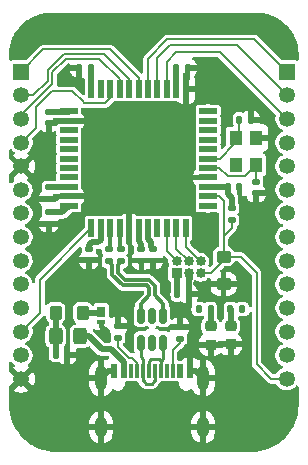
<source format=gbr>
%TF.GenerationSoftware,KiCad,Pcbnew,9.0.4*%
%TF.CreationDate,2025-11-28T03:43:33-08:00*%
%TF.ProjectId,ATmega32u4_Dev,41546d65-6761-4333-9275-345f4465762e,rev?*%
%TF.SameCoordinates,Original*%
%TF.FileFunction,Copper,L1,Top*%
%TF.FilePolarity,Positive*%
%FSLAX46Y46*%
G04 Gerber Fmt 4.6, Leading zero omitted, Abs format (unit mm)*
G04 Created by KiCad (PCBNEW 9.0.4) date 2025-11-28 03:43:33*
%MOMM*%
%LPD*%
G01*
G04 APERTURE LIST*
G04 Aperture macros list*
%AMRoundRect*
0 Rectangle with rounded corners*
0 $1 Rounding radius*
0 $2 $3 $4 $5 $6 $7 $8 $9 X,Y pos of 4 corners*
0 Add a 4 corners polygon primitive as box body*
4,1,4,$2,$3,$4,$5,$6,$7,$8,$9,$2,$3,0*
0 Add four circle primitives for the rounded corners*
1,1,$1+$1,$2,$3*
1,1,$1+$1,$4,$5*
1,1,$1+$1,$6,$7*
1,1,$1+$1,$8,$9*
0 Add four rect primitives between the rounded corners*
20,1,$1+$1,$2,$3,$4,$5,0*
20,1,$1+$1,$4,$5,$6,$7,0*
20,1,$1+$1,$6,$7,$8,$9,0*
20,1,$1+$1,$8,$9,$2,$3,0*%
G04 Aperture macros list end*
%TA.AperFunction,SMDPad,CuDef*%
%ADD10RoundRect,0.218750X0.256250X-0.218750X0.256250X0.218750X-0.256250X0.218750X-0.256250X-0.218750X0*%
%TD*%
%TA.AperFunction,SMDPad,CuDef*%
%ADD11RoundRect,0.135000X0.135000X0.185000X-0.135000X0.185000X-0.135000X-0.185000X0.135000X-0.185000X0*%
%TD*%
%TA.AperFunction,SMDPad,CuDef*%
%ADD12RoundRect,0.135000X-0.135000X-0.185000X0.135000X-0.185000X0.135000X0.185000X-0.135000X0.185000X0*%
%TD*%
%TA.AperFunction,SMDPad,CuDef*%
%ADD13RoundRect,0.140000X-0.140000X-0.170000X0.140000X-0.170000X0.140000X0.170000X-0.140000X0.170000X0*%
%TD*%
%TA.AperFunction,ComponentPad*%
%ADD14R,1.350000X1.350000*%
%TD*%
%TA.AperFunction,ComponentPad*%
%ADD15C,1.350000*%
%TD*%
%TA.AperFunction,SMDPad,CuDef*%
%ADD16RoundRect,0.140000X-0.170000X0.140000X-0.170000X-0.140000X0.170000X-0.140000X0.170000X0.140000X0*%
%TD*%
%TA.AperFunction,SMDPad,CuDef*%
%ADD17RoundRect,0.135000X-0.185000X0.135000X-0.185000X-0.135000X0.185000X-0.135000X0.185000X0.135000X0*%
%TD*%
%TA.AperFunction,ComponentPad*%
%ADD18R,0.850000X0.850000*%
%TD*%
%TA.AperFunction,ComponentPad*%
%ADD19C,0.850000*%
%TD*%
%TA.AperFunction,SMDPad,CuDef*%
%ADD20R,0.600000X1.150000*%
%TD*%
%TA.AperFunction,SMDPad,CuDef*%
%ADD21R,0.300000X1.150000*%
%TD*%
%TA.AperFunction,ComponentPad*%
%ADD22O,1.000000X2.100000*%
%TD*%
%TA.AperFunction,ComponentPad*%
%ADD23O,1.000000X1.800000*%
%TD*%
%TA.AperFunction,SMDPad,CuDef*%
%ADD24RoundRect,0.135000X0.185000X-0.135000X0.185000X0.135000X-0.185000X0.135000X-0.185000X-0.135000X0*%
%TD*%
%TA.AperFunction,SMDPad,CuDef*%
%ADD25RoundRect,0.250000X-0.275000X-0.350000X0.275000X-0.350000X0.275000X0.350000X-0.275000X0.350000X0*%
%TD*%
%TA.AperFunction,SMDPad,CuDef*%
%ADD26RoundRect,0.250000X0.325000X0.450000X-0.325000X0.450000X-0.325000X-0.450000X0.325000X-0.450000X0*%
%TD*%
%TA.AperFunction,SMDPad,CuDef*%
%ADD27RoundRect,0.250000X0.350000X-0.275000X0.350000X0.275000X-0.350000X0.275000X-0.350000X-0.275000X0*%
%TD*%
%TA.AperFunction,SMDPad,CuDef*%
%ADD28R,0.500000X1.500000*%
%TD*%
%TA.AperFunction,SMDPad,CuDef*%
%ADD29R,1.500000X0.500000*%
%TD*%
%TA.AperFunction,SMDPad,CuDef*%
%ADD30RoundRect,0.140000X0.170000X-0.140000X0.170000X0.140000X-0.170000X0.140000X-0.170000X-0.140000X0*%
%TD*%
%TA.AperFunction,SMDPad,CuDef*%
%ADD31RoundRect,0.150000X0.150000X-0.512500X0.150000X0.512500X-0.150000X0.512500X-0.150000X-0.512500X0*%
%TD*%
%TA.AperFunction,SMDPad,CuDef*%
%ADD32R,1.050000X1.300000*%
%TD*%
%TA.AperFunction,SMDPad,CuDef*%
%ADD33RoundRect,0.075000X-0.275000X0.390000X-0.275000X-0.390000X0.275000X-0.390000X0.275000X0.390000X0*%
%TD*%
%TA.AperFunction,SMDPad,CuDef*%
%ADD34RoundRect,0.075000X-0.275000X0.075000X-0.275000X-0.075000X0.275000X-0.075000X0.275000X0.075000X0*%
%TD*%
%TA.AperFunction,ViaPad*%
%ADD35C,0.600000*%
%TD*%
%TA.AperFunction,Conductor*%
%ADD36C,0.500000*%
%TD*%
%TA.AperFunction,Conductor*%
%ADD37C,0.275000*%
%TD*%
%TA.AperFunction,Conductor*%
%ADD38C,0.200000*%
%TD*%
%TA.AperFunction,Conductor*%
%ADD39C,0.400000*%
%TD*%
%TA.AperFunction,Conductor*%
%ADD40C,0.312500*%
%TD*%
%TA.AperFunction,Conductor*%
%ADD41C,0.265000*%
%TD*%
G04 APERTURE END LIST*
D10*
%TO.P,D1,2,A*%
%TO.N,Net-(D1-A)*%
X163800000Y-106975000D03*
%TO.P,D1,1,K*%
%TO.N,GND*%
X163800000Y-108550000D03*
%TD*%
D11*
%TO.P,R7,2*%
%TO.N,Net-(D3-A)*%
X165480000Y-105550000D03*
%TO.P,R7,1*%
%TO.N,MCU_5V*%
X166500000Y-105550000D03*
%TD*%
D10*
%TO.P,D3,2,A*%
%TO.N,Net-(D3-A)*%
X165500000Y-106950000D03*
%TO.P,D3,1,K*%
%TO.N,GND*%
X165500000Y-108525000D03*
%TD*%
D12*
%TO.P,R8,1*%
%TO.N,/PC7*%
X162780000Y-105550000D03*
%TO.P,R8,2*%
%TO.N,Net-(D1-A)*%
X163800000Y-105550000D03*
%TD*%
D13*
%TO.P,C1,1*%
%TO.N,Net-(C1-Pad1)*%
X150690000Y-109400000D03*
%TO.P,C1,2*%
%TO.N,GND*%
X151650000Y-109400000D03*
%TD*%
%TO.P,C9,1*%
%TO.N,Xin*%
X166240000Y-89500000D03*
%TO.P,C9,2*%
%TO.N,GND*%
X167200000Y-89500000D03*
%TD*%
D14*
%TO.P,J3,1,Pin_1*%
%TO.N,/PD7*%
X170250000Y-85450000D03*
D15*
%TO.P,J3,2,Pin_2*%
%TO.N,/PD6*%
X170250000Y-87450000D03*
%TO.P,J3,3,Pin_3*%
%TO.N,/PD4*%
X170250000Y-89450000D03*
%TO.P,J3,4,Pin_4*%
%TO.N,/PD5*%
X170250000Y-91450000D03*
%TO.P,J3,5,Pin_5*%
%TO.N,/PD3*%
X170250000Y-93450000D03*
%TO.P,J3,6,Pin_6*%
%TO.N,/PD2*%
X170250000Y-95450000D03*
%TO.P,J3,7,Pin_7*%
%TO.N,/PD1*%
X170250000Y-97450000D03*
%TO.P,J3,8,Pin_8*%
%TO.N,/PD0*%
X170250000Y-99450000D03*
%TO.P,J3,9,Pin_9*%
%TO.N,/PB7*%
X170250000Y-101450000D03*
%TO.P,J3,10,Pin_10*%
%TO.N,/PB0*%
X170250000Y-103450000D03*
%TO.P,J3,11,Pin_11*%
%TO.N,SCL*%
X170250000Y-105450000D03*
%TO.P,J3,12,Pin_12*%
%TO.N,MOSI*%
X170250000Y-107450000D03*
%TO.P,J3,13,Pin_13*%
%TO.N,MISO*%
X170250000Y-109450000D03*
%TO.P,J3,14,Pin_14*%
%TO.N,Reset*%
X170250000Y-111450000D03*
%TD*%
D16*
%TO.P,C5,1*%
%TO.N,MCU_5V*%
X150100000Y-97350000D03*
%TO.P,C5,2*%
%TO.N,GND*%
X150100000Y-98310000D03*
%TD*%
D17*
%TO.P,R1,1*%
%TO.N,GND*%
X155950000Y-106940000D03*
%TO.P,R1,2*%
%TO.N,Net-(J1-CC1)*%
X155950000Y-107960000D03*
%TD*%
D18*
%TO.P,J2,1,Pin_1*%
%TO.N,MCU_5V*%
X160950000Y-102500000D03*
D19*
%TO.P,J2,2,Pin_2*%
%TO.N,SCL*%
X160950000Y-101500000D03*
%TO.P,J2,3,Pin_3*%
%TO.N,GND*%
X161950000Y-102500000D03*
%TO.P,J2,4,Pin_4*%
%TO.N,MOSI*%
X161950000Y-101500000D03*
%TO.P,J2,5,Pin_5*%
%TO.N,Reset*%
X162950000Y-102500000D03*
%TO.P,J2,6,Pin_6*%
%TO.N,MISO*%
X162950000Y-101500000D03*
%TD*%
D20*
%TO.P,J1,A1_B12,GND*%
%TO.N,GND*%
X155650000Y-110795000D03*
%TO.P,J1,A4_B9,VBUS*%
%TO.N,/VBUS*%
X156450000Y-110795000D03*
D21*
%TO.P,J1,A5,CC1*%
%TO.N,Net-(J1-CC1)*%
X157600000Y-110795000D03*
%TO.P,J1,A6,DP1*%
%TO.N,Net-(J1-DP1)*%
X158600000Y-110795000D03*
%TO.P,J1,A7,DN1*%
%TO.N,Net-(J1-DN1)*%
X159100000Y-110795000D03*
%TO.P,J1,A8,SBU1*%
%TO.N,unconnected-(J1-SBU1-PadA8)*%
X160100000Y-110795000D03*
D20*
%TO.P,J1,B1_A12,GND*%
%TO.N,GND*%
X162050000Y-110795000D03*
%TO.P,J1,B4_A9,VBUS*%
%TO.N,/VBUS*%
X161250000Y-110795000D03*
D21*
%TO.P,J1,B5,CC2*%
%TO.N,Net-(J1-CC2)*%
X160600000Y-110795000D03*
%TO.P,J1,B6,DP2*%
%TO.N,Net-(J1-DP1)*%
X159600000Y-110795000D03*
%TO.P,J1,B7,DN2*%
%TO.N,Net-(J1-DN1)*%
X158100000Y-110795000D03*
%TO.P,J1,B8,SBU2*%
%TO.N,unconnected-(J1-SBU2-PadB8)*%
X157100000Y-110795000D03*
D22*
%TO.P,J1,SH1,SHELL_GND*%
%TO.N,GND*%
X154530000Y-111370000D03*
%TO.P,J1,SH2,SHELL_GND*%
X163170000Y-111370000D03*
D23*
%TO.P,J1,SH3,SHELL_GND*%
X154530000Y-115550000D03*
%TO.P,J1,SH4,SHELL_GND*%
X163170000Y-115550000D03*
%TD*%
D24*
%TO.P,R2,1*%
%TO.N,Net-(J1-CC2)*%
X161200000Y-108060000D03*
%TO.P,R2,2*%
%TO.N,GND*%
X161200000Y-107040000D03*
%TD*%
D13*
%TO.P,C3,1*%
%TO.N,MCU_5V*%
X160890000Y-85150000D03*
%TO.P,C3,2*%
%TO.N,GND*%
X161850000Y-85150000D03*
%TD*%
D25*
%TO.P,FB1,1*%
%TO.N,Net-(C1-Pad1)*%
X150675000Y-105850000D03*
%TO.P,FB1,2*%
%TO.N,MCU_5V*%
X152975000Y-105850000D03*
%TD*%
D26*
%TO.P,F1,1*%
%TO.N,/VBUS*%
X152750000Y-107850000D03*
%TO.P,F1,2*%
%TO.N,Net-(C1-Pad1)*%
X150700000Y-107850000D03*
%TD*%
D27*
%TO.P,SW1,1,1*%
%TO.N,GND*%
X164900000Y-103400000D03*
%TO.P,SW1,2,2*%
%TO.N,Reset*%
X164900000Y-101100000D03*
%TD*%
D12*
%TO.P,R6,1*%
%TO.N,GND*%
X152680000Y-85150000D03*
%TO.P,R6,2*%
%TO.N,Net-(U1-~{HWB}{slash}PE2)*%
X153700000Y-85150000D03*
%TD*%
D17*
%TO.P,R5,1*%
%TO.N,MCU_5V*%
X165600000Y-97000000D03*
%TO.P,R5,2*%
%TO.N,Reset*%
X165600000Y-98020000D03*
%TD*%
D28*
%TO.P,U1,1,PE6*%
%TO.N,/PE6*%
X153700000Y-98700000D03*
%TO.P,U1,2,UVCC*%
%TO.N,MCU_5V*%
X154500000Y-98700000D03*
%TO.P,U1,3,D-*%
%TO.N,Net-(U1-D-)*%
X155300000Y-98700000D03*
%TO.P,U1,4,D+*%
%TO.N,Net-(U1-D+)*%
X156100000Y-98700000D03*
%TO.P,U1,5,UGND*%
%TO.N,GND*%
X156900000Y-98700000D03*
%TO.P,U1,6,UCAP*%
%TO.N,Net-(U1-UCAP)*%
X157700000Y-98700000D03*
%TO.P,U1,7,VBUS*%
%TO.N,MCU_5V*%
X158500000Y-98700000D03*
%TO.P,U1,8,PB0*%
%TO.N,/PB0*%
X159300000Y-98700000D03*
%TO.P,U1,9,PB1*%
%TO.N,SCL*%
X160100000Y-98700000D03*
%TO.P,U1,10,PB2*%
%TO.N,MOSI*%
X160900000Y-98700000D03*
%TO.P,U1,11,PB3*%
%TO.N,MISO*%
X161700000Y-98700000D03*
D29*
%TO.P,U1,12,PB7*%
%TO.N,/PB7*%
X163600000Y-96800000D03*
%TO.P,U1,13,~{RESET}*%
%TO.N,Reset*%
X163600000Y-96000000D03*
%TO.P,U1,14,VCC*%
%TO.N,MCU_5V*%
X163600000Y-95200000D03*
%TO.P,U1,15,GND*%
%TO.N,GND*%
X163600000Y-94400000D03*
%TO.P,U1,16,XTAL2*%
%TO.N,Xout*%
X163600000Y-93600000D03*
%TO.P,U1,17,XTAL1*%
%TO.N,Xin*%
X163600000Y-92800000D03*
%TO.P,U1,18,PD0*%
%TO.N,/PD0*%
X163600000Y-92000000D03*
%TO.P,U1,19,PD1*%
%TO.N,/PD1*%
X163600000Y-91200000D03*
%TO.P,U1,20,PD2*%
%TO.N,/PD2*%
X163600000Y-90400000D03*
%TO.P,U1,21,PD3*%
%TO.N,/PD3*%
X163600000Y-89600000D03*
%TO.P,U1,22,PD5*%
%TO.N,/PD5*%
X163600000Y-88800000D03*
D28*
%TO.P,U1,23,GND*%
%TO.N,GND*%
X161700000Y-86900000D03*
%TO.P,U1,24,AVCC*%
%TO.N,MCU_5V*%
X160900000Y-86900000D03*
%TO.P,U1,25,PD4*%
%TO.N,/PD4*%
X160100000Y-86900000D03*
%TO.P,U1,26,PD6*%
%TO.N,/PD6*%
X159300000Y-86900000D03*
%TO.P,U1,27,PD7*%
%TO.N,/PD7*%
X158500000Y-86900000D03*
%TO.P,U1,28,PB4*%
%TO.N,/PB4*%
X157700000Y-86900000D03*
%TO.P,U1,29,PB5*%
%TO.N,/PB5*%
X156900000Y-86900000D03*
%TO.P,U1,30,PB6*%
%TO.N,/PB6*%
X156100000Y-86900000D03*
%TO.P,U1,31,PC6*%
%TO.N,/PC6*%
X155300000Y-86900000D03*
%TO.P,U1,32,PC7*%
%TO.N,/PC7*%
X154500000Y-86900000D03*
%TO.P,U1,33,~{HWB}/PE2*%
%TO.N,Net-(U1-~{HWB}{slash}PE2)*%
X153700000Y-86900000D03*
D29*
%TO.P,U1,34,VCC*%
%TO.N,MCU_5V*%
X151800000Y-88800000D03*
%TO.P,U1,35,GND*%
%TO.N,GND*%
X151800000Y-89600000D03*
%TO.P,U1,36,PF7*%
%TO.N,/PF7*%
X151800000Y-90400000D03*
%TO.P,U1,37,PF6*%
%TO.N,/PF6*%
X151800000Y-91200000D03*
%TO.P,U1,38,PF5*%
%TO.N,/PF5*%
X151800000Y-92000000D03*
%TO.P,U1,39,PF4*%
%TO.N,/PF4*%
X151800000Y-92800000D03*
%TO.P,U1,40,PF1*%
%TO.N,/PF1*%
X151800000Y-93600000D03*
%TO.P,U1,41,PF0*%
%TO.N,/PF0*%
X151800000Y-94400000D03*
%TO.P,U1,42,AREF*%
%TO.N,Net-(U1-AREF)*%
X151800000Y-95200000D03*
%TO.P,U1,43,GND*%
%TO.N,GND*%
X151800000Y-96000000D03*
%TO.P,U1,44,AVCC*%
%TO.N,MCU_5V*%
X151800000Y-96800000D03*
%TD*%
D30*
%TO.P,C10,1*%
%TO.N,GND*%
X150100000Y-96200000D03*
%TO.P,C10,2*%
%TO.N,Net-(U1-AREF)*%
X150100000Y-95240000D03*
%TD*%
D16*
%TO.P,C4,1*%
%TO.N,MCU_5V*%
X150100000Y-88820000D03*
%TO.P,C4,2*%
%TO.N,GND*%
X150100000Y-89780000D03*
%TD*%
D31*
%TO.P,U2,1,I/O1*%
%TO.N,Net-(J1-DN1)*%
X157900000Y-108375000D03*
%TO.P,U2,2,GND*%
%TO.N,GND*%
X158850000Y-108375000D03*
%TO.P,U2,3,I/O2*%
%TO.N,Net-(J1-DP1)*%
X159800000Y-108375000D03*
%TO.P,U2,4,I/O2*%
%TO.N,/USB_P*%
X159800000Y-106100000D03*
%TO.P,U2,5,VBUS*%
%TO.N,MCU_5V*%
X158850000Y-106100000D03*
%TO.P,U2,6,I/O1*%
%TO.N,/USB_N*%
X157900000Y-106100000D03*
%TD*%
D16*
%TO.P,C7,1*%
%TO.N,Net-(U1-UCAP)*%
X157950000Y-100470000D03*
%TO.P,C7,2*%
%TO.N,GND*%
X157950000Y-101430000D03*
%TD*%
D32*
%TO.P,Y1,1*%
%TO.N,Xin*%
X165925000Y-91050000D03*
%TO.P,Y1,2,GND*%
%TO.N,GND*%
X165925000Y-93350000D03*
%TO.P,Y1,3*%
%TO.N,Xout*%
X167675000Y-93350000D03*
%TO.P,Y1,4,GND*%
%TO.N,GND*%
X167675000Y-91050000D03*
%TD*%
D16*
%TO.P,C13,1*%
%TO.N,MCU_5V*%
X158950000Y-100470000D03*
%TO.P,C13,2*%
%TO.N,GND*%
X158950000Y-101430000D03*
%TD*%
D33*
%TO.P,D2,1,K*%
%TO.N,MCU_5V*%
X154550000Y-105765000D03*
D34*
%TO.P,D2,2,A*%
%TO.N,GND*%
X154550000Y-106650000D03*
%TD*%
D24*
%TO.P,R3,1*%
%TO.N,/USB_P*%
X156200000Y-101500000D03*
%TO.P,R3,2*%
%TO.N,Net-(U1-D+)*%
X156200000Y-100480000D03*
%TD*%
D13*
%TO.P,C11,1*%
%TO.N,MCU_5V*%
X160990000Y-104300000D03*
%TO.P,C11,2*%
%TO.N,GND*%
X161950000Y-104300000D03*
%TD*%
%TO.P,C12,1*%
%TO.N,MCU_5V*%
X165290000Y-95200000D03*
%TO.P,C12,2*%
%TO.N,GND*%
X166250000Y-95200000D03*
%TD*%
D24*
%TO.P,R4,1*%
%TO.N,/USB_N*%
X155200000Y-101500000D03*
%TO.P,R4,2*%
%TO.N,Net-(U1-D-)*%
X155200000Y-100480000D03*
%TD*%
D14*
%TO.P,J4,1,Pin_1*%
%TO.N,/PB4*%
X147750000Y-85450000D03*
D15*
%TO.P,J4,2,Pin_2*%
%TO.N,/PB5*%
X147750000Y-87450000D03*
%TO.P,J4,3,Pin_3*%
%TO.N,/PB6*%
X147750000Y-89450000D03*
%TO.P,J4,4,Pin_4*%
%TO.N,/PC6*%
X147750000Y-91450000D03*
%TO.P,J4,5,Pin_5*%
%TO.N,GND*%
X147750000Y-93450000D03*
%TO.P,J4,6,Pin_6*%
%TO.N,/PF7*%
X147750000Y-95450000D03*
%TO.P,J4,7,Pin_7*%
%TO.N,/PF6*%
X147750000Y-97450000D03*
%TO.P,J4,8,Pin_8*%
%TO.N,/PF0*%
X147750000Y-99450000D03*
%TO.P,J4,9,Pin_9*%
%TO.N,/PF1*%
X147750000Y-101450000D03*
%TO.P,J4,10,Pin_10*%
%TO.N,/PF4*%
X147750000Y-103450000D03*
%TO.P,J4,11,Pin_11*%
%TO.N,/PF5*%
X147750000Y-105450000D03*
%TO.P,J4,12,Pin_12*%
%TO.N,/PE6*%
X147750000Y-107450000D03*
%TO.P,J4,13,Pin_13*%
%TO.N,MCU_5V*%
X147750000Y-109450000D03*
%TO.P,J4,14,Pin_14*%
%TO.N,GND*%
X147750000Y-111450000D03*
%TD*%
D16*
%TO.P,C8,1*%
%TO.N,Xout*%
X167650000Y-94790000D03*
%TO.P,C8,2*%
%TO.N,GND*%
X167650000Y-95750000D03*
%TD*%
%TO.P,C6,1*%
%TO.N,MCU_5V*%
X153500000Y-100420000D03*
%TO.P,C6,2*%
%TO.N,GND*%
X153500000Y-101380000D03*
%TD*%
D35*
%TO.N,GND*%
X165925000Y-93350000D03*
X167675000Y-91050000D03*
%TO.N,/VBUS*%
X161250000Y-110795000D03*
X156450000Y-110795000D03*
%TO.N,/PC7*%
X162780000Y-105550000D03*
%TO.N,GND*%
X163800000Y-108550000D03*
%TO.N,MCU_5V*%
X166500000Y-105550000D03*
%TO.N,GND*%
X165500000Y-108525000D03*
X149350000Y-82000000D03*
X156900000Y-98700000D03*
X161850000Y-85150000D03*
X152680000Y-85150000D03*
X151800000Y-89600000D03*
X151800000Y-96000000D03*
X161950000Y-104300000D03*
X155000000Y-107550000D03*
X166250000Y-95200000D03*
X155650000Y-110795000D03*
X153500000Y-101380000D03*
X150100000Y-98310000D03*
X158850000Y-108650000D03*
X167200000Y-89500000D03*
X159150000Y-81000000D03*
X155950000Y-106940000D03*
X164900000Y-103400000D03*
X157950000Y-101430000D03*
X151650000Y-109400000D03*
X162050000Y-110795000D03*
X150100000Y-96200000D03*
X161700000Y-86900000D03*
X163600000Y-94400000D03*
X167650000Y-95750000D03*
X150100000Y-89780000D03*
X158950000Y-101430000D03*
X161200000Y-107040000D03*
X169100000Y-82000000D03*
%TO.N,MCU_5V*%
X158850000Y-106100000D03*
X150100000Y-88820000D03*
X158950000Y-100470000D03*
X160900000Y-85160000D03*
X153500000Y-100420000D03*
X160990000Y-104300000D03*
X150100000Y-97350000D03*
X165300000Y-95200000D03*
X154550000Y-105765000D03*
%TO.N,/PD2*%
X163600000Y-90400000D03*
%TO.N,/PB7*%
X163600000Y-96800000D03*
%TO.N,/PD0*%
X163600000Y-92000000D03*
%TO.N,/PB0*%
X159300000Y-98700000D03*
%TO.N,/PD3*%
X163600000Y-89600000D03*
%TO.N,/PC7*%
X154500000Y-86900000D03*
%TO.N,/PD1*%
X163600000Y-91200000D03*
%TO.N,/PC6*%
X155300000Y-86900000D03*
%TO.N,/PF4*%
X151800000Y-92800000D03*
%TO.N,/PF5*%
X151800000Y-92000000D03*
%TO.N,/PD5*%
X163600000Y-88800000D03*
%TO.N,/PF7*%
X151800000Y-90400000D03*
%TO.N,/PF6*%
X151800000Y-91200000D03*
%TO.N,/PF1*%
X151800000Y-93600000D03*
%TO.N,/PF0*%
X151800000Y-94400000D03*
%TD*%
D36*
%TO.N,/VBUS*%
X154600000Y-108950000D02*
X153500000Y-107850000D01*
X153500000Y-107850000D02*
X152750000Y-107850000D01*
X155380000Y-108950000D02*
X154600000Y-108950000D01*
X156450000Y-110020000D02*
X155380000Y-108950000D01*
X156450000Y-110795000D02*
X156450000Y-110020000D01*
D37*
%TO.N,Net-(J1-DN1)*%
X157900000Y-109600000D02*
X157900000Y-108650000D01*
X158100000Y-109800000D02*
X157900000Y-109600000D01*
X158100000Y-110795000D02*
X158100000Y-109800000D01*
D38*
%TO.N,Net-(J1-CC1)*%
X155950000Y-108740768D02*
X155950000Y-107960000D01*
X157166450Y-109700000D02*
X156909232Y-109700000D01*
X156909232Y-109700000D02*
X155950000Y-108740768D01*
X157600000Y-110133550D02*
X157166450Y-109700000D01*
X157600000Y-110795000D02*
X157600000Y-110133550D01*
D37*
%TO.N,Net-(J1-DP1)*%
X158768000Y-109800000D02*
X159432000Y-109800000D01*
X159432000Y-109800000D02*
X159600000Y-109968000D01*
X158600000Y-109968000D02*
X158768000Y-109800000D01*
X158600000Y-110795000D02*
X158600000Y-109968000D01*
%TO.N,Net-(J1-DN1)*%
X158328000Y-111850000D02*
X158149000Y-111671000D01*
X158850000Y-111850000D02*
X158328000Y-111850000D01*
X159029000Y-111671000D02*
X158850000Y-111850000D01*
D36*
%TO.N,Net-(D1-A)*%
X163800000Y-105550000D02*
X163800000Y-106975000D01*
%TO.N,Net-(D3-A)*%
X165500000Y-106950000D02*
X165500000Y-105550000D01*
D38*
%TO.N,/PC6*%
X149000000Y-90200000D02*
X147750000Y-91450000D01*
X152100000Y-87100000D02*
X150367100Y-87100000D01*
X150367100Y-87100000D02*
X149000000Y-88467100D01*
X153050000Y-88050000D02*
X152100000Y-87100000D01*
X153050000Y-88100000D02*
X153050000Y-88050000D01*
X154902000Y-88100000D02*
X153050000Y-88100000D01*
X155300000Y-87702000D02*
X154902000Y-88100000D01*
X155300000Y-86900000D02*
X155300000Y-87702000D01*
X149000000Y-88467100D02*
X149000000Y-90200000D01*
%TO.N,/PB6*%
X154352000Y-84350000D02*
X156100000Y-86098000D01*
X150400000Y-85500000D02*
X151550000Y-84350000D01*
X151550000Y-84350000D02*
X154352000Y-84350000D01*
X156100000Y-86098000D02*
X156100000Y-86900000D01*
X150400000Y-86500000D02*
X150400000Y-85500000D01*
X147750000Y-89150000D02*
X150400000Y-86500000D01*
X147750000Y-89450000D02*
X147750000Y-89150000D01*
%TO.N,GND*%
X161990000Y-102540000D02*
X161950000Y-102500000D01*
D36*
X155650000Y-110795000D02*
X155105000Y-110795000D01*
D39*
X155000000Y-107550000D02*
X155000000Y-107400000D01*
D36*
X162595000Y-110795000D02*
X163170000Y-111370000D01*
D39*
X154550000Y-106950000D02*
X154550000Y-106650000D01*
X155000000Y-107400000D02*
X154550000Y-106950000D01*
D36*
X155105000Y-110795000D02*
X154530000Y-111370000D01*
X161950000Y-104300000D02*
X161950000Y-102500000D01*
X162050000Y-110795000D02*
X162595000Y-110795000D01*
%TO.N,Net-(C1-Pad1)*%
X150690000Y-107860000D02*
X150700000Y-107850000D01*
X150690000Y-109400000D02*
X150690000Y-107860000D01*
D38*
X150700000Y-105875000D02*
X150675000Y-105850000D01*
D36*
X150700000Y-107850000D02*
X150700000Y-105875000D01*
%TO.N,MCU_5V*%
X165300000Y-95200000D02*
X163600000Y-95200000D01*
X150100000Y-88820000D02*
X151780000Y-88820000D01*
X154500000Y-99670000D02*
X154500000Y-98700000D01*
X158800000Y-99900000D02*
X158500000Y-99600000D01*
X151780000Y-88820000D02*
X151800000Y-88800000D01*
X153500000Y-100420000D02*
X153500000Y-100150000D01*
X152975000Y-105850000D02*
X154465000Y-105850000D01*
X153750000Y-99900000D02*
X154270000Y-99900000D01*
X153500000Y-100150000D02*
X153750000Y-99900000D01*
X165300000Y-95800000D02*
X165300000Y-95200000D01*
X154270000Y-99900000D02*
X154500000Y-99670000D01*
X165400000Y-95900000D02*
X165300000Y-95800000D01*
X158500000Y-99600000D02*
X158500000Y-98700000D01*
X158950000Y-100470000D02*
X158800000Y-100320000D01*
X154465000Y-105850000D02*
X154550000Y-105765000D01*
X158800000Y-100320000D02*
X158800000Y-99900000D01*
X151250000Y-97350000D02*
X151800000Y-96800000D01*
X165600000Y-96100000D02*
X165600000Y-97000000D01*
X165400000Y-95900000D02*
X165600000Y-96100000D01*
X160900000Y-85160000D02*
X160900000Y-86900000D01*
X150100000Y-97350000D02*
X151250000Y-97350000D01*
X160990000Y-104300000D02*
X160990000Y-102540000D01*
%TO.N,Net-(U1-UCAP)*%
X157950000Y-100050000D02*
X157700000Y-99800000D01*
X157950000Y-100470000D02*
X157950000Y-100050000D01*
X157700000Y-99800000D02*
X157700000Y-98700000D01*
D38*
%TO.N,Xin*%
X164573000Y-92800000D02*
X165800000Y-91573000D01*
X166240000Y-90735000D02*
X165925000Y-91050000D01*
X163600000Y-92800000D02*
X164573000Y-92800000D01*
X165800000Y-91573000D02*
X165800000Y-91050000D01*
X166240000Y-89500000D02*
X166240000Y-90735000D01*
%TO.N,Xout*%
X167650000Y-93375000D02*
X167675000Y-93350000D01*
X166724000Y-94301000D02*
X167675000Y-93350000D01*
X163600000Y-93600000D02*
X164550000Y-93600000D01*
X165251000Y-94301000D02*
X166724000Y-94301000D01*
X164550000Y-93600000D02*
X165251000Y-94301000D01*
X167650000Y-94790000D02*
X167650000Y-93375000D01*
D36*
%TO.N,Net-(U1-AREF)*%
X150150000Y-95240000D02*
X151760000Y-95240000D01*
X151760000Y-95240000D02*
X151800000Y-95200000D01*
D38*
%TO.N,Net-(J1-CC2)*%
X160600000Y-109000000D02*
X161200000Y-108400000D01*
X160600000Y-110795000D02*
X160600000Y-109000000D01*
X161200000Y-108400000D02*
X161200000Y-108060000D01*
%TO.N,SCL*%
X160100000Y-100650000D02*
X160950000Y-101500000D01*
X160100000Y-98700000D02*
X160100000Y-100650000D01*
%TO.N,MOSI*%
X161950000Y-101473280D02*
X161950000Y-101500000D01*
X161910000Y-101460000D02*
X161950000Y-101500000D01*
X160900000Y-98700000D02*
X160900000Y-100423280D01*
X160900000Y-100423280D02*
X161950000Y-101473280D01*
%TO.N,/PB4*%
X157700000Y-85950000D02*
X155298000Y-83548000D01*
X157700000Y-86900000D02*
X157700000Y-85950000D01*
X155298000Y-83548000D02*
X149652000Y-83548000D01*
X149652000Y-83548000D02*
X147750000Y-85450000D01*
%TO.N,/PB5*%
X149999000Y-85333900D02*
X149999000Y-86201000D01*
X154751000Y-83949000D02*
X151383900Y-83949000D01*
X148250000Y-87450000D02*
X147750000Y-87450000D01*
X156900000Y-86098000D02*
X154751000Y-83949000D01*
X151383900Y-83949000D02*
X149999000Y-85333900D01*
X156900000Y-86900000D02*
X156900000Y-86098000D01*
X148750000Y-87450000D02*
X147750000Y-87450000D01*
X149999000Y-86201000D02*
X148750000Y-87450000D01*
%TO.N,MISO*%
X162224000Y-100774000D02*
X162250720Y-100774000D01*
X162676000Y-101199280D02*
X162676000Y-101226000D01*
X162250720Y-100774000D02*
X162676000Y-101199280D01*
X162676000Y-101226000D02*
X162950000Y-101500000D01*
X161700000Y-100250000D02*
X162224000Y-100774000D01*
X161700000Y-98700000D02*
X161700000Y-100250000D01*
%TO.N,/PE6*%
X153700000Y-98700000D02*
X149350000Y-103050000D01*
X149350000Y-103050000D02*
X149350000Y-105850000D01*
X149350000Y-105850000D02*
X147750000Y-107450000D01*
%TO.N,/PD4*%
X160100000Y-86900000D02*
X160100000Y-84600000D01*
X160900000Y-83800000D02*
X164600000Y-83800000D01*
X164600000Y-83800000D02*
X170250000Y-89450000D01*
X160100000Y-84600000D02*
X160900000Y-83800000D01*
%TO.N,/PD7*%
X158500000Y-84350000D02*
X160150000Y-82700000D01*
X167500000Y-82700000D02*
X170250000Y-85450000D01*
X160150000Y-82700000D02*
X167500000Y-82700000D01*
X158500000Y-86900000D02*
X158500000Y-84350000D01*
%TO.N,/PD6*%
X166000000Y-83200000D02*
X170250000Y-87450000D01*
X159300000Y-84300000D02*
X160400000Y-83200000D01*
X159300000Y-86900000D02*
X159300000Y-84300000D01*
X160400000Y-83200000D02*
X166000000Y-83200000D01*
%TO.N,Reset*%
X167700000Y-102450000D02*
X167700000Y-110200000D01*
X164900000Y-96350000D02*
X164900000Y-99350000D01*
X164900000Y-101100000D02*
X166350000Y-101100000D01*
X164900000Y-101400000D02*
X164900000Y-101100000D01*
X162950000Y-102500000D02*
X163800000Y-102500000D01*
X164900000Y-99350000D02*
X164900000Y-101100000D01*
X167700000Y-110200000D02*
X168950000Y-111450000D01*
X163600000Y-96000000D02*
X164550000Y-96000000D01*
X165600000Y-98650000D02*
X164900000Y-99350000D01*
X164550000Y-96000000D02*
X164900000Y-96350000D01*
X166350000Y-101100000D02*
X167700000Y-102450000D01*
X165600000Y-98020000D02*
X165600000Y-98650000D01*
X163800000Y-102500000D02*
X164900000Y-101400000D01*
X168950000Y-111450000D02*
X170250000Y-111450000D01*
%TO.N,Net-(U1-D+)*%
X156100000Y-100380000D02*
X156200000Y-100480000D01*
D40*
X156100000Y-98700000D02*
X156100000Y-100380000D01*
D38*
%TO.N,Net-(U1-D-)*%
X155300000Y-100380000D02*
X155200000Y-100480000D01*
D40*
X155300000Y-98700000D02*
X155300000Y-100380000D01*
D36*
%TO.N,Net-(U1-~{HWB}{slash}PE2)*%
X153700000Y-86900000D02*
X153700000Y-85200000D01*
D37*
%TO.N,Net-(J1-DP1)*%
X159600000Y-109968000D02*
X159800000Y-109768000D01*
X159800000Y-109768000D02*
X159800000Y-108650000D01*
X159600000Y-109968000D02*
X159600000Y-110795000D01*
D41*
%TO.N,Net-(J1-DN1)*%
X158100000Y-111622000D02*
X158100000Y-110795000D01*
X159100000Y-110795000D02*
X159100000Y-111600000D01*
X158149000Y-111671000D02*
X158100000Y-111622000D01*
X159100000Y-111600000D02*
X159029000Y-111671000D01*
D38*
X158100000Y-108900000D02*
X157850000Y-108650000D01*
D40*
%TO.N,/USB_P*%
X159081250Y-104387499D02*
X159081250Y-103563719D01*
X155931250Y-101768750D02*
X156200000Y-101500000D01*
X155931250Y-102454212D02*
X155931250Y-101768750D01*
X159081250Y-103563719D02*
X158586281Y-103068750D01*
X159800000Y-105106249D02*
X159081250Y-104387499D01*
X156545788Y-103068750D02*
X155931250Y-102454212D01*
X159800000Y-106100000D02*
X159800000Y-105106249D01*
X158586281Y-103068750D02*
X156545788Y-103068750D01*
%TO.N,/USB_N*%
X155468750Y-101768750D02*
X155200000Y-101500000D01*
X157900000Y-106100000D02*
X157900000Y-105106249D01*
X158618750Y-104387499D02*
X158618750Y-103755295D01*
X156354212Y-103531250D02*
X155468750Y-102645788D01*
X157900000Y-105106249D02*
X158618750Y-104387499D01*
X158618750Y-103755295D02*
X158394705Y-103531250D01*
X155468750Y-102645788D02*
X155468750Y-101768750D01*
X158394705Y-103531250D02*
X156354212Y-103531250D01*
%TD*%
%TA.AperFunction,Conductor*%
%TO.N,GND*%
G36*
X164449784Y-84220185D02*
G01*
X164470426Y-84236819D01*
X166883607Y-86650000D01*
X169279700Y-89046092D01*
X169313185Y-89107415D01*
X169311116Y-89159072D01*
X169313176Y-89159482D01*
X169274500Y-89353917D01*
X169274500Y-89546082D01*
X169311986Y-89734535D01*
X169311989Y-89734547D01*
X169385520Y-89912068D01*
X169385521Y-89912070D01*
X169492279Y-90071844D01*
X169492282Y-90071848D01*
X169628151Y-90207717D01*
X169628155Y-90207720D01*
X169787927Y-90314477D01*
X169787928Y-90314477D01*
X169787929Y-90314478D01*
X169838533Y-90335439D01*
X169892936Y-90379280D01*
X169915001Y-90445574D01*
X169897722Y-90513274D01*
X169846584Y-90560884D01*
X169838533Y-90564561D01*
X169787929Y-90585521D01*
X169628155Y-90692279D01*
X169628151Y-90692282D01*
X169492282Y-90828151D01*
X169492279Y-90828155D01*
X169385521Y-90987929D01*
X169385520Y-90987931D01*
X169311989Y-91165452D01*
X169311986Y-91165464D01*
X169274500Y-91353917D01*
X169274500Y-91546082D01*
X169311986Y-91734535D01*
X169311989Y-91734547D01*
X169385520Y-91912068D01*
X169385521Y-91912070D01*
X169492279Y-92071844D01*
X169492282Y-92071848D01*
X169628151Y-92207717D01*
X169628155Y-92207720D01*
X169787927Y-92314477D01*
X169787928Y-92314477D01*
X169787929Y-92314478D01*
X169838533Y-92335439D01*
X169892936Y-92379280D01*
X169915001Y-92445574D01*
X169897722Y-92513274D01*
X169846584Y-92560884D01*
X169838533Y-92564561D01*
X169787929Y-92585521D01*
X169628155Y-92692279D01*
X169628151Y-92692282D01*
X169492282Y-92828151D01*
X169492279Y-92828155D01*
X169385521Y-92987929D01*
X169385520Y-92987931D01*
X169311989Y-93165452D01*
X169311986Y-93165464D01*
X169274500Y-93353917D01*
X169274500Y-93546082D01*
X169311986Y-93734535D01*
X169311989Y-93734547D01*
X169385520Y-93912068D01*
X169385521Y-93912070D01*
X169492279Y-94071844D01*
X169492282Y-94071848D01*
X169628151Y-94207717D01*
X169628155Y-94207720D01*
X169787927Y-94314477D01*
X169787928Y-94314477D01*
X169787929Y-94314478D01*
X169838533Y-94335439D01*
X169892936Y-94379280D01*
X169915001Y-94445574D01*
X169897722Y-94513274D01*
X169846584Y-94560884D01*
X169838533Y-94564561D01*
X169787929Y-94585521D01*
X169628155Y-94692279D01*
X169628151Y-94692282D01*
X169492282Y-94828151D01*
X169492279Y-94828155D01*
X169385521Y-94987929D01*
X169385520Y-94987931D01*
X169311989Y-95165452D01*
X169311986Y-95165464D01*
X169274500Y-95353917D01*
X169274500Y-95546082D01*
X169311986Y-95734535D01*
X169311989Y-95734547D01*
X169385520Y-95912068D01*
X169385521Y-95912070D01*
X169492279Y-96071844D01*
X169492282Y-96071848D01*
X169628151Y-96207717D01*
X169628155Y-96207720D01*
X169787927Y-96314477D01*
X169787928Y-96314477D01*
X169787929Y-96314478D01*
X169838533Y-96335439D01*
X169892936Y-96379280D01*
X169915001Y-96445574D01*
X169897722Y-96513274D01*
X169846584Y-96560884D01*
X169838533Y-96564561D01*
X169787929Y-96585521D01*
X169628155Y-96692279D01*
X169628151Y-96692282D01*
X169492282Y-96828151D01*
X169492279Y-96828155D01*
X169385521Y-96987929D01*
X169385520Y-96987931D01*
X169311989Y-97165452D01*
X169311986Y-97165464D01*
X169274500Y-97353917D01*
X169274500Y-97546082D01*
X169311986Y-97734535D01*
X169311989Y-97734547D01*
X169385520Y-97912068D01*
X169385521Y-97912070D01*
X169492279Y-98071844D01*
X169492282Y-98071848D01*
X169628151Y-98207717D01*
X169628155Y-98207720D01*
X169787927Y-98314477D01*
X169787928Y-98314477D01*
X169787929Y-98314478D01*
X169838533Y-98335439D01*
X169892936Y-98379280D01*
X169915001Y-98445574D01*
X169897722Y-98513274D01*
X169846584Y-98560884D01*
X169838533Y-98564561D01*
X169787929Y-98585521D01*
X169628155Y-98692279D01*
X169628151Y-98692282D01*
X169492282Y-98828151D01*
X169492279Y-98828155D01*
X169385521Y-98987929D01*
X169385520Y-98987931D01*
X169311989Y-99165452D01*
X169311986Y-99165464D01*
X169274500Y-99353917D01*
X169274500Y-99546082D01*
X169311986Y-99734535D01*
X169311989Y-99734547D01*
X169385520Y-99912068D01*
X169385521Y-99912070D01*
X169492279Y-100071844D01*
X169492282Y-100071848D01*
X169628151Y-100207717D01*
X169628155Y-100207720D01*
X169787927Y-100314477D01*
X169787928Y-100314477D01*
X169787929Y-100314478D01*
X169838533Y-100335439D01*
X169892936Y-100379280D01*
X169915001Y-100445574D01*
X169897722Y-100513274D01*
X169846584Y-100560884D01*
X169838533Y-100564561D01*
X169787929Y-100585521D01*
X169628155Y-100692279D01*
X169628151Y-100692282D01*
X169492282Y-100828151D01*
X169492279Y-100828155D01*
X169385521Y-100987929D01*
X169385520Y-100987931D01*
X169311989Y-101165452D01*
X169311986Y-101165464D01*
X169274500Y-101353917D01*
X169274500Y-101546082D01*
X169311986Y-101734535D01*
X169311989Y-101734547D01*
X169385520Y-101912068D01*
X169385521Y-101912070D01*
X169492279Y-102071844D01*
X169492282Y-102071848D01*
X169628151Y-102207717D01*
X169628155Y-102207720D01*
X169787927Y-102314477D01*
X169787928Y-102314477D01*
X169787929Y-102314478D01*
X169838533Y-102335439D01*
X169892936Y-102379280D01*
X169915001Y-102445574D01*
X169897722Y-102513274D01*
X169846584Y-102560884D01*
X169838533Y-102564561D01*
X169787929Y-102585521D01*
X169628155Y-102692279D01*
X169628151Y-102692282D01*
X169492282Y-102828151D01*
X169492279Y-102828155D01*
X169385521Y-102987929D01*
X169385520Y-102987931D01*
X169311989Y-103165452D01*
X169311986Y-103165464D01*
X169274500Y-103353917D01*
X169274500Y-103546082D01*
X169311986Y-103734535D01*
X169311989Y-103734547D01*
X169385520Y-103912068D01*
X169385521Y-103912070D01*
X169492279Y-104071844D01*
X169492282Y-104071848D01*
X169628151Y-104207717D01*
X169628155Y-104207720D01*
X169787927Y-104314477D01*
X169787928Y-104314477D01*
X169787929Y-104314478D01*
X169838533Y-104335439D01*
X169892936Y-104379280D01*
X169915001Y-104445574D01*
X169897722Y-104513274D01*
X169846584Y-104560884D01*
X169838533Y-104564561D01*
X169787929Y-104585521D01*
X169628155Y-104692279D01*
X169628151Y-104692282D01*
X169492282Y-104828151D01*
X169492279Y-104828155D01*
X169385521Y-104987929D01*
X169385520Y-104987931D01*
X169311989Y-105165452D01*
X169311986Y-105165464D01*
X169274500Y-105353917D01*
X169274500Y-105546082D01*
X169311986Y-105734535D01*
X169311989Y-105734547D01*
X169385520Y-105912068D01*
X169385521Y-105912070D01*
X169492279Y-106071844D01*
X169492282Y-106071848D01*
X169628151Y-106207717D01*
X169628155Y-106207720D01*
X169787927Y-106314477D01*
X169787928Y-106314477D01*
X169787929Y-106314478D01*
X169838533Y-106335439D01*
X169892936Y-106379280D01*
X169915001Y-106445574D01*
X169897722Y-106513274D01*
X169846584Y-106560884D01*
X169838533Y-106564561D01*
X169787929Y-106585521D01*
X169628155Y-106692279D01*
X169628151Y-106692282D01*
X169492282Y-106828151D01*
X169492279Y-106828155D01*
X169385521Y-106987929D01*
X169385520Y-106987931D01*
X169311989Y-107165452D01*
X169311986Y-107165464D01*
X169274500Y-107353917D01*
X169274500Y-107546082D01*
X169311986Y-107734535D01*
X169311989Y-107734547D01*
X169385520Y-107912068D01*
X169385521Y-107912070D01*
X169492279Y-108071844D01*
X169492282Y-108071848D01*
X169628151Y-108207717D01*
X169628155Y-108207720D01*
X169787927Y-108314477D01*
X169787928Y-108314477D01*
X169787929Y-108314478D01*
X169838533Y-108335439D01*
X169892936Y-108379280D01*
X169915001Y-108445574D01*
X169897722Y-108513274D01*
X169846584Y-108560884D01*
X169838533Y-108564561D01*
X169787929Y-108585521D01*
X169628155Y-108692279D01*
X169628151Y-108692282D01*
X169492282Y-108828151D01*
X169492279Y-108828155D01*
X169385521Y-108987929D01*
X169385520Y-108987931D01*
X169311989Y-109165452D01*
X169311986Y-109165464D01*
X169274500Y-109353917D01*
X169274500Y-109546082D01*
X169311986Y-109734535D01*
X169311989Y-109734547D01*
X169385520Y-109912068D01*
X169385521Y-109912070D01*
X169492279Y-110071844D01*
X169492282Y-110071848D01*
X169628151Y-110207717D01*
X169628155Y-110207720D01*
X169787927Y-110314477D01*
X169787928Y-110314477D01*
X169787929Y-110314478D01*
X169838533Y-110335439D01*
X169892936Y-110379280D01*
X169915001Y-110445574D01*
X169897722Y-110513274D01*
X169846584Y-110560884D01*
X169838533Y-110564561D01*
X169787929Y-110585521D01*
X169628155Y-110692279D01*
X169628151Y-110692282D01*
X169492282Y-110828151D01*
X169492279Y-110828155D01*
X169382138Y-110992992D01*
X169380105Y-110991634D01*
X169377820Y-110993959D01*
X169372001Y-111006703D01*
X169353819Y-111018387D01*
X169338671Y-111033805D01*
X169323824Y-111037664D01*
X169313223Y-111044477D01*
X169278288Y-111049500D01*
X169167255Y-111049500D01*
X169100216Y-111029815D01*
X169079574Y-111013181D01*
X168136819Y-110070426D01*
X168103334Y-110009103D01*
X168100500Y-109982745D01*
X168100500Y-102397275D01*
X168100500Y-102397273D01*
X168073207Y-102295413D01*
X168020480Y-102204087D01*
X167945913Y-102129520D01*
X166595913Y-100779520D01*
X166550250Y-100753156D01*
X166504589Y-100726793D01*
X166453657Y-100713146D01*
X166402727Y-100699500D01*
X166402726Y-100699500D01*
X165876662Y-100699500D01*
X165809623Y-100679815D01*
X165763868Y-100627011D01*
X165761307Y-100620989D01*
X165758184Y-100613070D01*
X165737605Y-100560884D01*
X165734361Y-100552657D01*
X165642922Y-100432077D01*
X165522341Y-100340638D01*
X165522339Y-100340637D01*
X165379010Y-100284115D01*
X165323866Y-100241209D01*
X165300673Y-100175302D01*
X165300500Y-100168761D01*
X165300500Y-99567255D01*
X165320185Y-99500216D01*
X165336819Y-99479574D01*
X165519120Y-99297273D01*
X165920480Y-98895913D01*
X165967753Y-98814034D01*
X165973206Y-98804588D01*
X165973207Y-98804587D01*
X166000500Y-98702727D01*
X166000500Y-98599814D01*
X166020185Y-98532775D01*
X166050865Y-98500046D01*
X166096423Y-98466423D01*
X166174381Y-98360794D01*
X166196061Y-98298836D01*
X166217741Y-98236881D01*
X166217741Y-98236879D01*
X166220475Y-98207720D01*
X166220500Y-98207457D01*
X166220499Y-97832544D01*
X166217741Y-97803121D01*
X166213327Y-97790508D01*
X166193744Y-97734543D01*
X166174381Y-97679206D01*
X166103844Y-97583632D01*
X166079874Y-97518005D01*
X166095189Y-97449835D01*
X166103845Y-97436366D01*
X166174381Y-97340794D01*
X166196061Y-97278836D01*
X166217741Y-97216881D01*
X166217741Y-97216879D01*
X166220500Y-97187457D01*
X166220499Y-96812544D01*
X166217741Y-96783121D01*
X166174381Y-96659206D01*
X166174379Y-96659203D01*
X166170039Y-96650990D01*
X166171310Y-96650317D01*
X166150759Y-96594048D01*
X166150500Y-96586045D01*
X166150500Y-96027527D01*
X166150500Y-96027525D01*
X166112984Y-95887515D01*
X166104300Y-95872474D01*
X166040510Y-95761985D01*
X166026322Y-95747797D01*
X166018835Y-95735812D01*
X166013076Y-95715227D01*
X166002834Y-95696471D01*
X166000000Y-95670113D01*
X166000000Y-95324000D01*
X166019685Y-95256961D01*
X166072489Y-95211206D01*
X166124000Y-95200000D01*
X166376000Y-95200000D01*
X166443039Y-95219685D01*
X166488794Y-95272489D01*
X166500000Y-95324000D01*
X166500000Y-96004503D01*
X166646194Y-95962031D01*
X166669259Y-95948391D01*
X166736983Y-95931207D01*
X166803246Y-95953366D01*
X166847010Y-96007831D01*
X166851458Y-96020527D01*
X166887966Y-96146190D01*
X166887968Y-96146195D01*
X166970278Y-96285374D01*
X166970285Y-96285383D01*
X167084616Y-96399714D01*
X167084625Y-96399721D01*
X167223804Y-96482031D01*
X167379089Y-96527145D01*
X167400000Y-96528789D01*
X167900000Y-96528789D01*
X167920910Y-96527145D01*
X168076195Y-96482031D01*
X168215374Y-96399721D01*
X168215383Y-96399714D01*
X168329714Y-96285383D01*
X168329721Y-96285374D01*
X168412031Y-96146195D01*
X168454504Y-96000000D01*
X167900000Y-96000000D01*
X167900000Y-96528789D01*
X167400000Y-96528789D01*
X167400000Y-95874000D01*
X167419685Y-95806961D01*
X167472489Y-95761206D01*
X167524000Y-95750000D01*
X167650000Y-95750000D01*
X167650000Y-95624000D01*
X167669685Y-95556961D01*
X167722489Y-95511206D01*
X167774000Y-95500000D01*
X168454504Y-95500000D01*
X168412031Y-95353804D01*
X168329721Y-95214625D01*
X168329714Y-95214616D01*
X168279159Y-95164061D01*
X168245674Y-95102738D01*
X168249798Y-95035428D01*
X168257710Y-95012819D01*
X168260500Y-94983066D01*
X168260500Y-94596934D01*
X168257710Y-94567181D01*
X168215474Y-94446481D01*
X168211912Y-94376703D01*
X168246641Y-94316075D01*
X168282425Y-94292094D01*
X168372765Y-94252206D01*
X168452206Y-94172765D01*
X168497585Y-94069991D01*
X168500500Y-94044865D01*
X168500499Y-92655136D01*
X168500497Y-92655117D01*
X168497586Y-92630012D01*
X168497585Y-92630010D01*
X168497585Y-92630009D01*
X168452206Y-92527235D01*
X168372765Y-92447794D01*
X168372764Y-92447793D01*
X168309553Y-92419883D01*
X168256176Y-92374797D01*
X168235649Y-92308011D01*
X168254487Y-92240729D01*
X168306711Y-92194313D01*
X168316306Y-92190267D01*
X168442086Y-92143354D01*
X168442093Y-92143350D01*
X168557187Y-92057190D01*
X168557190Y-92057187D01*
X168643350Y-91942093D01*
X168643354Y-91942086D01*
X168693596Y-91807379D01*
X168693598Y-91807372D01*
X168699999Y-91747844D01*
X168700000Y-91747827D01*
X168700000Y-91300000D01*
X167799000Y-91300000D01*
X167731961Y-91280315D01*
X167686206Y-91227511D01*
X167675000Y-91176000D01*
X167675000Y-90924000D01*
X167694685Y-90856961D01*
X167747489Y-90811206D01*
X167799000Y-90800000D01*
X168700000Y-90800000D01*
X168700000Y-90352172D01*
X168699999Y-90352155D01*
X168693598Y-90292627D01*
X168693596Y-90292620D01*
X168643354Y-90157913D01*
X168643350Y-90157906D01*
X168557190Y-90042812D01*
X168557187Y-90042809D01*
X168442093Y-89956649D01*
X168442086Y-89956645D01*
X168307379Y-89906403D01*
X168307372Y-89906401D01*
X168247844Y-89900000D01*
X168101128Y-89900000D01*
X168034089Y-89880315D01*
X167988334Y-89827511D01*
X167977510Y-89766271D01*
X167978790Y-89750000D01*
X167324000Y-89750000D01*
X167256961Y-89730315D01*
X167211206Y-89677511D01*
X167200000Y-89626000D01*
X167200000Y-89500000D01*
X167074000Y-89500000D01*
X167006961Y-89480315D01*
X166961206Y-89427511D01*
X166950000Y-89376000D01*
X166950000Y-88695494D01*
X167450000Y-88695494D01*
X167450000Y-89250000D01*
X167978790Y-89250000D01*
X167977145Y-89229089D01*
X167932031Y-89073804D01*
X167849721Y-88934625D01*
X167849714Y-88934616D01*
X167735383Y-88820285D01*
X167735374Y-88820278D01*
X167596193Y-88737967D01*
X167596190Y-88737965D01*
X167450001Y-88695493D01*
X167450000Y-88695494D01*
X166950000Y-88695494D01*
X166949998Y-88695493D01*
X166803809Y-88737965D01*
X166803806Y-88737967D01*
X166664625Y-88820278D01*
X166664619Y-88820283D01*
X166614060Y-88870841D01*
X166552736Y-88904325D01*
X166485426Y-88900200D01*
X166462822Y-88892290D01*
X166462814Y-88892289D01*
X166433070Y-88889500D01*
X166433066Y-88889500D01*
X166046934Y-88889500D01*
X166046930Y-88889500D01*
X166017185Y-88892289D01*
X166017173Y-88892291D01*
X165891844Y-88936147D01*
X165785001Y-89015001D01*
X165706147Y-89121844D01*
X165662291Y-89247173D01*
X165662289Y-89247185D01*
X165659500Y-89276929D01*
X165659500Y-89723070D01*
X165662289Y-89752814D01*
X165662291Y-89752826D01*
X165697140Y-89852415D01*
X165706148Y-89878157D01*
X165718492Y-89894882D01*
X165723647Y-89901867D01*
X165747617Y-89967496D01*
X165732301Y-90035666D01*
X165682561Y-90084734D01*
X165623876Y-90099500D01*
X165355143Y-90099500D01*
X165355117Y-90099502D01*
X165330012Y-90102413D01*
X165330008Y-90102415D01*
X165227235Y-90147793D01*
X165147794Y-90227234D01*
X165102415Y-90330006D01*
X165102415Y-90330008D01*
X165099500Y-90355131D01*
X165099500Y-91655744D01*
X165092823Y-91678481D01*
X165090521Y-91702072D01*
X165082201Y-91714655D01*
X165079815Y-91722783D01*
X165072822Y-91728842D01*
X165063181Y-91743425D01*
X164862180Y-91944426D01*
X164800857Y-91977911D01*
X164731165Y-91972927D01*
X164675232Y-91931055D01*
X164650815Y-91865591D01*
X164650499Y-91856745D01*
X164650499Y-91705143D01*
X164650499Y-91705136D01*
X164650144Y-91702072D01*
X164647586Y-91680012D01*
X164647585Y-91680010D01*
X164647585Y-91680009D01*
X164636871Y-91655744D01*
X164634373Y-91650086D01*
X164632518Y-91635922D01*
X164625999Y-91623212D01*
X164628072Y-91601970D01*
X164625301Y-91580808D01*
X164632545Y-91556139D01*
X164632786Y-91553672D01*
X164633556Y-91552696D01*
X164634374Y-91549912D01*
X164647584Y-91519995D01*
X164647584Y-91519994D01*
X164647584Y-91519993D01*
X164647585Y-91519991D01*
X164650500Y-91494865D01*
X164650499Y-90905136D01*
X164649315Y-90894926D01*
X164647586Y-90880012D01*
X164647585Y-90880010D01*
X164647585Y-90880009D01*
X164637408Y-90856961D01*
X164634373Y-90850086D01*
X164625301Y-90780808D01*
X164634374Y-90749912D01*
X164647584Y-90719995D01*
X164647584Y-90719994D01*
X164647584Y-90719993D01*
X164647585Y-90719991D01*
X164650500Y-90694865D01*
X164650499Y-90105136D01*
X164650497Y-90105117D01*
X164647586Y-90080012D01*
X164647585Y-90080010D01*
X164647585Y-90080009D01*
X164640681Y-90064374D01*
X164634373Y-90050086D01*
X164625301Y-89980808D01*
X164634374Y-89949912D01*
X164647584Y-89919995D01*
X164647584Y-89919994D01*
X164647584Y-89919993D01*
X164647585Y-89919991D01*
X164650500Y-89894865D01*
X164650499Y-89305136D01*
X164650159Y-89302206D01*
X164647586Y-89280012D01*
X164647585Y-89280010D01*
X164647585Y-89280009D01*
X164640681Y-89264374D01*
X164634373Y-89250086D01*
X164625301Y-89180808D01*
X164634374Y-89149912D01*
X164647584Y-89119995D01*
X164647584Y-89119994D01*
X164647584Y-89119993D01*
X164647585Y-89119991D01*
X164650500Y-89094865D01*
X164650499Y-88505136D01*
X164650497Y-88505117D01*
X164647586Y-88480012D01*
X164647585Y-88480010D01*
X164647585Y-88480009D01*
X164602206Y-88377235D01*
X164522765Y-88297794D01*
X164522763Y-88297793D01*
X164419992Y-88252415D01*
X164394868Y-88249500D01*
X164394865Y-88249500D01*
X163878363Y-88249500D01*
X163839820Y-88241834D01*
X163839635Y-88242527D01*
X163831785Y-88240423D01*
X163831784Y-88240423D01*
X163679057Y-88199500D01*
X163520943Y-88199500D01*
X163360367Y-88242526D01*
X163360181Y-88241833D01*
X163321637Y-88249500D01*
X162805143Y-88249500D01*
X162805117Y-88249502D01*
X162780012Y-88252413D01*
X162780008Y-88252415D01*
X162677235Y-88297793D01*
X162597794Y-88377234D01*
X162552415Y-88480006D01*
X162552415Y-88480008D01*
X162549500Y-88505131D01*
X162549500Y-89094856D01*
X162549502Y-89094882D01*
X162552413Y-89119985D01*
X162552413Y-89119986D01*
X162552414Y-89119990D01*
X162552415Y-89119991D01*
X162565626Y-89149912D01*
X162565628Y-89149915D01*
X162574697Y-89219194D01*
X162565628Y-89250083D01*
X162552415Y-89280008D01*
X162549500Y-89305131D01*
X162549500Y-89894856D01*
X162549502Y-89894882D01*
X162552413Y-89919985D01*
X162552413Y-89919986D01*
X162552414Y-89919990D01*
X162552415Y-89919991D01*
X162565626Y-89949912D01*
X162565628Y-89949915D01*
X162574697Y-90019194D01*
X162565628Y-90050083D01*
X162552415Y-90080008D01*
X162549500Y-90105131D01*
X162549500Y-90694856D01*
X162549502Y-90694882D01*
X162552413Y-90719985D01*
X162552413Y-90719986D01*
X162552414Y-90719990D01*
X162552415Y-90719991D01*
X162565626Y-90749912D01*
X162565628Y-90749915D01*
X162574697Y-90819194D01*
X162565628Y-90850083D01*
X162552415Y-90880008D01*
X162549500Y-90905131D01*
X162549500Y-91494856D01*
X162549502Y-91494882D01*
X162552413Y-91519985D01*
X162552413Y-91519986D01*
X162552414Y-91519990D01*
X162552415Y-91519991D01*
X162565626Y-91549912D01*
X162565628Y-91549915D01*
X162574697Y-91619194D01*
X162565628Y-91650083D01*
X162552415Y-91680008D01*
X162549500Y-91705131D01*
X162549500Y-92294856D01*
X162549502Y-92294882D01*
X162552413Y-92319985D01*
X162552413Y-92319986D01*
X162552414Y-92319990D01*
X162552415Y-92319991D01*
X162565626Y-92349912D01*
X162565628Y-92349915D01*
X162574697Y-92419194D01*
X162565628Y-92450083D01*
X162552415Y-92480008D01*
X162549500Y-92505131D01*
X162549500Y-93094856D01*
X162549502Y-93094882D01*
X162552413Y-93119985D01*
X162552413Y-93119986D01*
X162552414Y-93119990D01*
X162552415Y-93119991D01*
X162565626Y-93149912D01*
X162565628Y-93149915D01*
X162574697Y-93219194D01*
X162565628Y-93250083D01*
X162552415Y-93280008D01*
X162549500Y-93305131D01*
X162549500Y-93688303D01*
X162529815Y-93755342D01*
X162499815Y-93787566D01*
X162492818Y-93792804D01*
X162492808Y-93792814D01*
X162406649Y-93907906D01*
X162406645Y-93907913D01*
X162356403Y-94042620D01*
X162356401Y-94042627D01*
X162350000Y-94102155D01*
X162350000Y-94150000D01*
X162793653Y-94150000D01*
X162801543Y-94150456D01*
X162801553Y-94150293D01*
X162805115Y-94150497D01*
X162805135Y-94150500D01*
X163476001Y-94150499D01*
X163543039Y-94170183D01*
X163588794Y-94222987D01*
X163600000Y-94274499D01*
X163600000Y-94525500D01*
X163580315Y-94592539D01*
X163527511Y-94638294D01*
X163476000Y-94649500D01*
X162805143Y-94649500D01*
X162801561Y-94649708D01*
X162801551Y-94649544D01*
X162793666Y-94650000D01*
X162350000Y-94650000D01*
X162350000Y-94697844D01*
X162356401Y-94757372D01*
X162356403Y-94757379D01*
X162406645Y-94892086D01*
X162406647Y-94892088D01*
X162492809Y-95007186D01*
X162492811Y-95007188D01*
X162499809Y-95012427D01*
X162541681Y-95068359D01*
X162549500Y-95111695D01*
X162549500Y-95494856D01*
X162549502Y-95494882D01*
X162552413Y-95519985D01*
X162552413Y-95519986D01*
X162552414Y-95519990D01*
X162552415Y-95519991D01*
X162563935Y-95546082D01*
X162565628Y-95549915D01*
X162574697Y-95619194D01*
X162565628Y-95650083D01*
X162552415Y-95680008D01*
X162549500Y-95705131D01*
X162549500Y-96294856D01*
X162549502Y-96294882D01*
X162552413Y-96319985D01*
X162552413Y-96319986D01*
X162552414Y-96319990D01*
X162552415Y-96319991D01*
X162562248Y-96342262D01*
X162565628Y-96349915D01*
X162574697Y-96419194D01*
X162565628Y-96450083D01*
X162552415Y-96480008D01*
X162549500Y-96505131D01*
X162549500Y-97094856D01*
X162549502Y-97094882D01*
X162552413Y-97119987D01*
X162552415Y-97119991D01*
X162597793Y-97222764D01*
X162597794Y-97222765D01*
X162677235Y-97302206D01*
X162780009Y-97347585D01*
X162805135Y-97350500D01*
X163321635Y-97350499D01*
X163360179Y-97358165D01*
X163360365Y-97357473D01*
X163368214Y-97359576D01*
X163368216Y-97359577D01*
X163520943Y-97400500D01*
X163520945Y-97400500D01*
X163679055Y-97400500D01*
X163679057Y-97400500D01*
X163831784Y-97359577D01*
X163831785Y-97359576D01*
X163839635Y-97357473D01*
X163839820Y-97358165D01*
X163878365Y-97350499D01*
X164375500Y-97350499D01*
X164442539Y-97370184D01*
X164488294Y-97422988D01*
X164499500Y-97474499D01*
X164499500Y-100168761D01*
X164479815Y-100235800D01*
X164427011Y-100281555D01*
X164420990Y-100284115D01*
X164277660Y-100340637D01*
X164277658Y-100340638D01*
X164157077Y-100432077D01*
X164065639Y-100552656D01*
X164010122Y-100693438D01*
X164009007Y-100702727D01*
X163999500Y-100781898D01*
X163999500Y-101418102D01*
X164004282Y-101457923D01*
X164010122Y-101506563D01*
X164041635Y-101586474D01*
X164047916Y-101656061D01*
X164015579Y-101717997D01*
X164013961Y-101719644D01*
X163823703Y-101909902D01*
X163762380Y-101943387D01*
X163692688Y-101938403D01*
X163636755Y-101896531D01*
X163612338Y-101831067D01*
X163621461Y-101774769D01*
X163647619Y-101711620D01*
X163660405Y-101647342D01*
X163675500Y-101571457D01*
X163675500Y-101428542D01*
X163647620Y-101288385D01*
X163647619Y-101288384D01*
X163647619Y-101288380D01*
X163598163Y-101168982D01*
X163592930Y-101156349D01*
X163592925Y-101156340D01*
X163513532Y-101037521D01*
X163513529Y-101037517D01*
X163412482Y-100936470D01*
X163412478Y-100936467D01*
X163293659Y-100857074D01*
X163293650Y-100857069D01*
X163161620Y-100802381D01*
X163161614Y-100802379D01*
X163021457Y-100774500D01*
X163021455Y-100774500D01*
X162878545Y-100774500D01*
X162872454Y-100774500D01*
X162872454Y-100772518D01*
X162812759Y-100761177D01*
X162781605Y-100738492D01*
X162496636Y-100453522D01*
X162491402Y-100450500D01*
X162447545Y-100425178D01*
X162421868Y-100405475D01*
X162136819Y-100120426D01*
X162103334Y-100059103D01*
X162100500Y-100032745D01*
X162100500Y-99775833D01*
X162120185Y-99708794D01*
X162136819Y-99688152D01*
X162156750Y-99668221D01*
X162202206Y-99622765D01*
X162247585Y-99519991D01*
X162250500Y-99494865D01*
X162250499Y-97905136D01*
X162250102Y-97901712D01*
X162247586Y-97880012D01*
X162247585Y-97880010D01*
X162247585Y-97880009D01*
X162202206Y-97777235D01*
X162122765Y-97697794D01*
X162122763Y-97697793D01*
X162019992Y-97652415D01*
X161994865Y-97649500D01*
X161405143Y-97649500D01*
X161405117Y-97649502D01*
X161380014Y-97652413D01*
X161380010Y-97652414D01*
X161350083Y-97665628D01*
X161280804Y-97674697D01*
X161249915Y-97665627D01*
X161219992Y-97652415D01*
X161194865Y-97649500D01*
X160605143Y-97649500D01*
X160605117Y-97649502D01*
X160580014Y-97652413D01*
X160580010Y-97652414D01*
X160550083Y-97665628D01*
X160480804Y-97674697D01*
X160449915Y-97665627D01*
X160419992Y-97652415D01*
X160394865Y-97649500D01*
X159805143Y-97649500D01*
X159805117Y-97649502D01*
X159780014Y-97652413D01*
X159780010Y-97652414D01*
X159750083Y-97665628D01*
X159680804Y-97674697D01*
X159649915Y-97665627D01*
X159619992Y-97652415D01*
X159594865Y-97649500D01*
X159005143Y-97649500D01*
X159005117Y-97649502D01*
X158980014Y-97652413D01*
X158980010Y-97652414D01*
X158950083Y-97665628D01*
X158880804Y-97674697D01*
X158849915Y-97665627D01*
X158819992Y-97652415D01*
X158794865Y-97649500D01*
X158205143Y-97649500D01*
X158205117Y-97649502D01*
X158180014Y-97652413D01*
X158180010Y-97652414D01*
X158150083Y-97665628D01*
X158080804Y-97674697D01*
X158049915Y-97665627D01*
X158019992Y-97652415D01*
X157994868Y-97649500D01*
X157611696Y-97649500D01*
X157544657Y-97629815D01*
X157512428Y-97599810D01*
X157507189Y-97592811D01*
X157507185Y-97592808D01*
X157392093Y-97506649D01*
X157392086Y-97506645D01*
X157257379Y-97456403D01*
X157257372Y-97456401D01*
X157197844Y-97450000D01*
X157150000Y-97450000D01*
X157150000Y-97893653D01*
X157149543Y-97901543D01*
X157149707Y-97901553D01*
X157149500Y-97905131D01*
X157149500Y-97905135D01*
X157149500Y-98627523D01*
X157149500Y-98627525D01*
X157149500Y-99872475D01*
X157180852Y-99989480D01*
X157186428Y-100010290D01*
X157186441Y-100010341D01*
X157187015Y-100012482D01*
X157187016Y-100012485D01*
X157249335Y-100120426D01*
X157259489Y-100138013D01*
X157259491Y-100138016D01*
X157303388Y-100181913D01*
X157336873Y-100243236D01*
X157339461Y-100274035D01*
X157339500Y-100274035D01*
X157339500Y-100274499D01*
X157339573Y-100275368D01*
X157339500Y-100276934D01*
X157339500Y-100663070D01*
X157342289Y-100692814D01*
X157342290Y-100692822D01*
X157350200Y-100715426D01*
X157353761Y-100785205D01*
X157320841Y-100844060D01*
X157270283Y-100894619D01*
X157270278Y-100894625D01*
X157187968Y-101033804D01*
X157145496Y-101180000D01*
X159754505Y-101180000D01*
X159762777Y-101168982D01*
X159762865Y-101138223D01*
X159800807Y-101079553D01*
X159864445Y-101050709D01*
X159933575Y-101060850D01*
X159969423Y-101085816D01*
X160192175Y-101308568D01*
X160225660Y-101369891D01*
X160226113Y-101420434D01*
X160224500Y-101428545D01*
X160224500Y-101571455D01*
X160224500Y-101571457D01*
X160224499Y-101571457D01*
X160252379Y-101711614D01*
X160252382Y-101711624D01*
X160283558Y-101786890D01*
X160291027Y-101856359D01*
X160276653Y-101891379D01*
X160277435Y-101891725D01*
X160272794Y-101902234D01*
X160272794Y-101902235D01*
X160268450Y-101912073D01*
X160227415Y-102005006D01*
X160227415Y-102005008D01*
X160224500Y-102030131D01*
X160224500Y-102969856D01*
X160224502Y-102969882D01*
X160227413Y-102994987D01*
X160227415Y-102994991D01*
X160272793Y-103097764D01*
X160272794Y-103097765D01*
X160352235Y-103177206D01*
X160365588Y-103183102D01*
X160418962Y-103228186D01*
X160439490Y-103294972D01*
X160439500Y-103296535D01*
X160439500Y-103948349D01*
X160437842Y-103968557D01*
X160436089Y-103979164D01*
X160412290Y-104047181D01*
X160409500Y-104076934D01*
X160409500Y-104140146D01*
X160407842Y-104150184D01*
X160406463Y-104153043D01*
X160405275Y-104162068D01*
X160389500Y-104220941D01*
X160389500Y-104220943D01*
X160389500Y-104379057D01*
X160401810Y-104424998D01*
X160405275Y-104437930D01*
X160409500Y-104470023D01*
X160409500Y-104523070D01*
X160412289Y-104552814D01*
X160412291Y-104552826D01*
X160456147Y-104678155D01*
X160456148Y-104678157D01*
X160535001Y-104784999D01*
X160641843Y-104863852D01*
X160673539Y-104874943D01*
X160767173Y-104907708D01*
X160767177Y-104907708D01*
X160767181Y-104907710D01*
X160782057Y-104909105D01*
X160796930Y-104910500D01*
X160796934Y-104910500D01*
X161183070Y-104910500D01*
X161212809Y-104907711D01*
X161212809Y-104907710D01*
X161212819Y-104907710D01*
X161235427Y-104899798D01*
X161305202Y-104896236D01*
X161364061Y-104929159D01*
X161414616Y-104979714D01*
X161414625Y-104979721D01*
X161553804Y-105062031D01*
X161700000Y-105104504D01*
X161700000Y-104424000D01*
X161719685Y-104356961D01*
X161772489Y-104311206D01*
X161824000Y-104300000D01*
X161950000Y-104300000D01*
X161950000Y-104174000D01*
X161969685Y-104106961D01*
X162022489Y-104061206D01*
X162074000Y-104050000D01*
X162728790Y-104050000D01*
X162727145Y-104029089D01*
X162682031Y-103873804D01*
X162599721Y-103734625D01*
X162599714Y-103734616D01*
X162590084Y-103724986D01*
X163800001Y-103724986D01*
X163810494Y-103827697D01*
X163865641Y-103994119D01*
X163865643Y-103994124D01*
X163957684Y-104143345D01*
X164081654Y-104267315D01*
X164230875Y-104359356D01*
X164230880Y-104359358D01*
X164397302Y-104414505D01*
X164397309Y-104414506D01*
X164500019Y-104424999D01*
X164649999Y-104424999D01*
X165150000Y-104424999D01*
X165299972Y-104424999D01*
X165299986Y-104424998D01*
X165402697Y-104414505D01*
X165569119Y-104359358D01*
X165569124Y-104359356D01*
X165718345Y-104267315D01*
X165842315Y-104143345D01*
X165934356Y-103994124D01*
X165934358Y-103994119D01*
X165989505Y-103827697D01*
X165989506Y-103827690D01*
X165999999Y-103724986D01*
X166000000Y-103724973D01*
X166000000Y-103650000D01*
X165150000Y-103650000D01*
X165150000Y-104424999D01*
X164649999Y-104424999D01*
X164650000Y-104424998D01*
X164650000Y-103650000D01*
X163800001Y-103650000D01*
X163800001Y-103724986D01*
X162590084Y-103724986D01*
X162485383Y-103620285D01*
X162485374Y-103620278D01*
X162360055Y-103546165D01*
X162312371Y-103495096D01*
X162299868Y-103426354D01*
X162302515Y-103410852D01*
X162357682Y-103177953D01*
X162361597Y-103171086D01*
X162362161Y-103163201D01*
X162378654Y-103141168D01*
X162392288Y-103117256D01*
X162399295Y-103113595D01*
X162404032Y-103107268D01*
X162429820Y-103097649D01*
X162454217Y-103084904D01*
X162462089Y-103085612D01*
X162469496Y-103082850D01*
X162496391Y-103088700D01*
X162523805Y-103091168D01*
X162530045Y-103096020D01*
X162537769Y-103097701D01*
X162547233Y-103103431D01*
X162606342Y-103142926D01*
X162606345Y-103142928D01*
X162606347Y-103142929D01*
X162738380Y-103197619D01*
X162738384Y-103197619D01*
X162738385Y-103197620D01*
X162878542Y-103225500D01*
X162878545Y-103225500D01*
X163021457Y-103225500D01*
X163148569Y-103200215D01*
X163161620Y-103197619D01*
X163293653Y-103142929D01*
X163412479Y-103063532D01*
X163513532Y-102962479D01*
X163515437Y-102959627D01*
X163518124Y-102955608D01*
X163524214Y-102950518D01*
X163527512Y-102943297D01*
X163550641Y-102928432D01*
X163571737Y-102910803D01*
X163581110Y-102908851D01*
X163586290Y-102905523D01*
X163621225Y-102900500D01*
X163680516Y-102900500D01*
X163747555Y-102920185D01*
X163793310Y-102972989D01*
X163803874Y-103037103D01*
X163800000Y-103075014D01*
X163800000Y-103150000D01*
X164650000Y-103150000D01*
X165150000Y-103150000D01*
X165999999Y-103150000D01*
X165999999Y-103075028D01*
X165999998Y-103075013D01*
X165989505Y-102972302D01*
X165934358Y-102805880D01*
X165934356Y-102805875D01*
X165842315Y-102656654D01*
X165718345Y-102532684D01*
X165569124Y-102440643D01*
X165569119Y-102440641D01*
X165402697Y-102385494D01*
X165402690Y-102385493D01*
X165299986Y-102375000D01*
X165150000Y-102375000D01*
X165150000Y-103150000D01*
X164650000Y-103150000D01*
X164650000Y-102368036D01*
X164626615Y-102325208D01*
X164624892Y-102322053D01*
X164624892Y-102322052D01*
X164624891Y-102322051D01*
X164628419Y-102272735D01*
X164629876Y-102252361D01*
X164658371Y-102208021D01*
X164904576Y-101961816D01*
X164965897Y-101928334D01*
X164992255Y-101925500D01*
X165293097Y-101925500D01*
X165293102Y-101925500D01*
X165381564Y-101914877D01*
X165522342Y-101859361D01*
X165642922Y-101767922D01*
X165734361Y-101647342D01*
X165761307Y-101579009D01*
X165804213Y-101523866D01*
X165870120Y-101500673D01*
X165876662Y-101500500D01*
X166132745Y-101500500D01*
X166199784Y-101520185D01*
X166220426Y-101536819D01*
X167263181Y-102579574D01*
X167296666Y-102640897D01*
X167299500Y-102667255D01*
X167299500Y-105215638D01*
X167279815Y-105282677D01*
X167227011Y-105328432D01*
X167157853Y-105338376D01*
X167094297Y-105309351D01*
X167058459Y-105256593D01*
X167033304Y-105184707D01*
X167024381Y-105159206D01*
X166982379Y-105102295D01*
X166946423Y-105053576D01*
X166874860Y-105000761D01*
X166840794Y-104975619D01*
X166840792Y-104975618D01*
X166716880Y-104932258D01*
X166687461Y-104929500D01*
X166312546Y-104929500D01*
X166283125Y-104932258D01*
X166283115Y-104932260D01*
X166159205Y-104975619D01*
X166159204Y-104975619D01*
X166063633Y-105046154D01*
X165998004Y-105070125D01*
X165929834Y-105054809D01*
X165916367Y-105046154D01*
X165820794Y-104975619D01*
X165696880Y-104932258D01*
X165667461Y-104929500D01*
X165292546Y-104929500D01*
X165263125Y-104932258D01*
X165263115Y-104932260D01*
X165139207Y-104975618D01*
X165033576Y-105053576D01*
X164955618Y-105159207D01*
X164912258Y-105283118D01*
X164912258Y-105283120D01*
X164909500Y-105312538D01*
X164909500Y-105787453D01*
X164912258Y-105816874D01*
X164912259Y-105816881D01*
X164922540Y-105846261D01*
X164942541Y-105903420D01*
X164949500Y-105944374D01*
X164949500Y-106241132D01*
X164929815Y-106308171D01*
X164900426Y-106339935D01*
X164873133Y-106360631D01*
X164786886Y-106474365D01*
X164786884Y-106474369D01*
X164760424Y-106541466D01*
X164717518Y-106596610D01*
X164651610Y-106619802D01*
X164583625Y-106603681D01*
X164535149Y-106553363D01*
X164529716Y-106541466D01*
X164513115Y-106499368D01*
X164494155Y-106474365D01*
X164426866Y-106385631D01*
X164399574Y-106364935D01*
X164358051Y-106308743D01*
X164350500Y-106266132D01*
X164350500Y-105887217D01*
X164357458Y-105846264D01*
X164367741Y-105816879D01*
X164370500Y-105787457D01*
X164370499Y-105312544D01*
X164367741Y-105283121D01*
X164324381Y-105159206D01*
X164282379Y-105102295D01*
X164246423Y-105053576D01*
X164174860Y-105000761D01*
X164140794Y-104975619D01*
X164140792Y-104975618D01*
X164016880Y-104932258D01*
X163987461Y-104929500D01*
X163612546Y-104929500D01*
X163583125Y-104932258D01*
X163583115Y-104932260D01*
X163459205Y-104975619D01*
X163459204Y-104975619D01*
X163363633Y-105046154D01*
X163298004Y-105070125D01*
X163229834Y-105054809D01*
X163216367Y-105046154D01*
X163120794Y-104975619D01*
X162996880Y-104932258D01*
X162967461Y-104929500D01*
X162779192Y-104929500D01*
X162712153Y-104909815D01*
X162666398Y-104857011D01*
X162656454Y-104787853D01*
X162672461Y-104742377D01*
X162682032Y-104726193D01*
X162682033Y-104726190D01*
X162727144Y-104570918D01*
X162727145Y-104570912D01*
X162728790Y-104550000D01*
X162200000Y-104550000D01*
X162200000Y-105112368D01*
X162228440Y-105150472D01*
X162234254Y-105215508D01*
X162232508Y-105225252D01*
X162212259Y-105283121D01*
X162209500Y-105312543D01*
X162209500Y-105353676D01*
X162207557Y-105364522D01*
X162206285Y-105367069D01*
X162205275Y-105374748D01*
X162179500Y-105470943D01*
X162179500Y-105629058D01*
X162205275Y-105725255D01*
X162209500Y-105757343D01*
X162209500Y-105787453D01*
X162212258Y-105816875D01*
X162212260Y-105816884D01*
X162242540Y-105903418D01*
X162255619Y-105940794D01*
X162280761Y-105974860D01*
X162333576Y-106046423D01*
X162377645Y-106078947D01*
X162439206Y-106124381D01*
X162466124Y-106133800D01*
X162563119Y-106167741D01*
X162568346Y-106168231D01*
X162592543Y-106170500D01*
X162967456Y-106170499D01*
X162996879Y-106167741D01*
X163084545Y-106137064D01*
X163113978Y-106135562D01*
X163143147Y-106131368D01*
X163148473Y-106133800D01*
X163154323Y-106133502D01*
X163179895Y-106148150D01*
X163206703Y-106160393D01*
X163209869Y-106165320D01*
X163214951Y-106168231D01*
X163228542Y-106194376D01*
X163244477Y-106219171D01*
X163245641Y-106227267D01*
X163247178Y-106230224D01*
X163249500Y-106254106D01*
X163249500Y-106266132D01*
X163229815Y-106333171D01*
X163200426Y-106364935D01*
X163173133Y-106385631D01*
X163086886Y-106499365D01*
X163034520Y-106632155D01*
X163034520Y-106632156D01*
X163024500Y-106715597D01*
X163024500Y-107234402D01*
X163034520Y-107317843D01*
X163034520Y-107317844D01*
X163055732Y-107371634D01*
X163077025Y-107425630D01*
X163086886Y-107450634D01*
X163168653Y-107558461D01*
X163193476Y-107623773D01*
X163179048Y-107692137D01*
X163134947Y-107738924D01*
X163094921Y-107763612D01*
X162976114Y-107882419D01*
X162887908Y-108025422D01*
X162887906Y-108025427D01*
X162835057Y-108184916D01*
X162825000Y-108283349D01*
X162825000Y-108300000D01*
X164404410Y-108300000D01*
X164445004Y-108277834D01*
X164471362Y-108275000D01*
X166474999Y-108275000D01*
X166474999Y-108258364D01*
X166474998Y-108258347D01*
X166464943Y-108159916D01*
X166412093Y-108000427D01*
X166412091Y-108000422D01*
X166323885Y-107857419D01*
X166205079Y-107738613D01*
X166205075Y-107738610D01*
X166165053Y-107713924D01*
X166118328Y-107661976D01*
X166107107Y-107593014D01*
X166131346Y-107533461D01*
X166181522Y-107467294D01*
X166213115Y-107425632D01*
X166265479Y-107292846D01*
X166275500Y-107209402D01*
X166275500Y-106690598D01*
X166265479Y-106607154D01*
X166213115Y-106474368D01*
X166213113Y-106474365D01*
X166121742Y-106353874D01*
X166123826Y-106352292D01*
X166096716Y-106302643D01*
X166101700Y-106232951D01*
X166143572Y-106177018D01*
X166209036Y-106152601D01*
X166258838Y-106159244D01*
X166283121Y-106167741D01*
X166283120Y-106167741D01*
X166287534Y-106168154D01*
X166312543Y-106170500D01*
X166687456Y-106170499D01*
X166716879Y-106167741D01*
X166840794Y-106124381D01*
X166946423Y-106046423D01*
X167024381Y-105940794D01*
X167044128Y-105884362D01*
X167058459Y-105843407D01*
X167099181Y-105786631D01*
X167164134Y-105760884D01*
X167232695Y-105774341D01*
X167283098Y-105822728D01*
X167299500Y-105884362D01*
X167299500Y-110252726D01*
X167326793Y-110354589D01*
X167348499Y-110392184D01*
X167379520Y-110445913D01*
X168704087Y-111770480D01*
X168795412Y-111823207D01*
X168897273Y-111850500D01*
X169278288Y-111850500D01*
X169345327Y-111870185D01*
X169380388Y-111908176D01*
X169382138Y-111907008D01*
X169492279Y-112071844D01*
X169492282Y-112071848D01*
X169628151Y-112207717D01*
X169628155Y-112207720D01*
X169787927Y-112314477D01*
X169787928Y-112314477D01*
X169787929Y-112314478D01*
X169787931Y-112314479D01*
X169965452Y-112388010D01*
X169965457Y-112388012D01*
X170153917Y-112425499D01*
X170153920Y-112425500D01*
X170153922Y-112425500D01*
X170346080Y-112425500D01*
X170346081Y-112425499D01*
X170534543Y-112388012D01*
X170712073Y-112314477D01*
X170871845Y-112207720D01*
X171007720Y-112071845D01*
X171022397Y-112049878D01*
X171076009Y-112005073D01*
X171145334Y-111996366D01*
X171208362Y-112026520D01*
X171245082Y-112085963D01*
X171249500Y-112118769D01*
X171249500Y-113647128D01*
X171249368Y-113652855D01*
X171232703Y-114013303D01*
X171231646Y-114024707D01*
X171182192Y-114379231D01*
X171180087Y-114390490D01*
X171098135Y-114738931D01*
X171095001Y-114749947D01*
X170981243Y-115089355D01*
X170977105Y-115100035D01*
X170832523Y-115427482D01*
X170827418Y-115437735D01*
X170653234Y-115750452D01*
X170647205Y-115760190D01*
X170444906Y-116055512D01*
X170438003Y-116064652D01*
X170209328Y-116340035D01*
X170201612Y-116348499D01*
X169948499Y-116601612D01*
X169940035Y-116609328D01*
X169664652Y-116838003D01*
X169655512Y-116844906D01*
X169360190Y-117047205D01*
X169350452Y-117053234D01*
X169037735Y-117227418D01*
X169027482Y-117232523D01*
X168700035Y-117377105D01*
X168689355Y-117381243D01*
X168349947Y-117495001D01*
X168338931Y-117498135D01*
X167990490Y-117580087D01*
X167979231Y-117582192D01*
X167624707Y-117631646D01*
X167613303Y-117632703D01*
X167252855Y-117649368D01*
X167247128Y-117649500D01*
X150752872Y-117649500D01*
X150747145Y-117649368D01*
X150386696Y-117632703D01*
X150375292Y-117631646D01*
X150020768Y-117582192D01*
X150009509Y-117580087D01*
X149661068Y-117498135D01*
X149650052Y-117495001D01*
X149310644Y-117381243D01*
X149299964Y-117377105D01*
X148972517Y-117232523D01*
X148962264Y-117227418D01*
X148649547Y-117053234D01*
X148639809Y-117047205D01*
X148344487Y-116844906D01*
X148335347Y-116838003D01*
X148059964Y-116609328D01*
X148051500Y-116601612D01*
X147798387Y-116348499D01*
X147790671Y-116340035D01*
X147708999Y-116241681D01*
X147561994Y-116064649D01*
X147555093Y-116055512D01*
X147550286Y-116048495D01*
X147392884Y-115818714D01*
X147352794Y-115760189D01*
X147346765Y-115750452D01*
X147257283Y-115589803D01*
X147172579Y-115437731D01*
X147167476Y-115427482D01*
X147022889Y-115100022D01*
X147018763Y-115089376D01*
X147006070Y-115051504D01*
X153530000Y-115051504D01*
X153530000Y-115300000D01*
X154230000Y-115300000D01*
X154230000Y-115800000D01*
X153530000Y-115800000D01*
X153530000Y-116048495D01*
X153568427Y-116241681D01*
X153568430Y-116241693D01*
X153643807Y-116423671D01*
X153643814Y-116423684D01*
X153753248Y-116587462D01*
X153753251Y-116587466D01*
X153892533Y-116726748D01*
X153892537Y-116726751D01*
X154056315Y-116836185D01*
X154056328Y-116836192D01*
X154238308Y-116911569D01*
X154280000Y-116919862D01*
X154280000Y-116116988D01*
X154289940Y-116134205D01*
X154345795Y-116190060D01*
X154414204Y-116229556D01*
X154490504Y-116250000D01*
X154569496Y-116250000D01*
X154645796Y-116229556D01*
X154714205Y-116190060D01*
X154770060Y-116134205D01*
X154780000Y-116116988D01*
X154780000Y-116919862D01*
X154821690Y-116911569D01*
X154821692Y-116911569D01*
X155003671Y-116836192D01*
X155003684Y-116836185D01*
X155167462Y-116726751D01*
X155167466Y-116726748D01*
X155306748Y-116587466D01*
X155306751Y-116587462D01*
X155416185Y-116423684D01*
X155416192Y-116423671D01*
X155491569Y-116241693D01*
X155491572Y-116241681D01*
X155529999Y-116048495D01*
X155530000Y-116048492D01*
X155530000Y-115800000D01*
X154830000Y-115800000D01*
X154830000Y-115300000D01*
X155530000Y-115300000D01*
X155530000Y-115051508D01*
X155529999Y-115051504D01*
X162170000Y-115051504D01*
X162170000Y-115300000D01*
X162870000Y-115300000D01*
X162870000Y-115800000D01*
X162170000Y-115800000D01*
X162170000Y-116048495D01*
X162208427Y-116241681D01*
X162208430Y-116241693D01*
X162283807Y-116423671D01*
X162283814Y-116423684D01*
X162393248Y-116587462D01*
X162393251Y-116587466D01*
X162532533Y-116726748D01*
X162532537Y-116726751D01*
X162696315Y-116836185D01*
X162696328Y-116836192D01*
X162878308Y-116911569D01*
X162920000Y-116919862D01*
X162920000Y-116116988D01*
X162929940Y-116134205D01*
X162985795Y-116190060D01*
X163054204Y-116229556D01*
X163130504Y-116250000D01*
X163209496Y-116250000D01*
X163285796Y-116229556D01*
X163354205Y-116190060D01*
X163410060Y-116134205D01*
X163420000Y-116116988D01*
X163420000Y-116919862D01*
X163461690Y-116911569D01*
X163461692Y-116911569D01*
X163643671Y-116836192D01*
X163643684Y-116836185D01*
X163807462Y-116726751D01*
X163807466Y-116726748D01*
X163946748Y-116587466D01*
X163946751Y-116587462D01*
X164056185Y-116423684D01*
X164056192Y-116423671D01*
X164131569Y-116241693D01*
X164131572Y-116241681D01*
X164169999Y-116048495D01*
X164170000Y-116048492D01*
X164170000Y-115800000D01*
X163470000Y-115800000D01*
X163470000Y-115300000D01*
X164170000Y-115300000D01*
X164170000Y-115051508D01*
X164169999Y-115051504D01*
X164131572Y-114858318D01*
X164131569Y-114858306D01*
X164056192Y-114676328D01*
X164056185Y-114676315D01*
X163946751Y-114512537D01*
X163946748Y-114512533D01*
X163807466Y-114373251D01*
X163807462Y-114373248D01*
X163643684Y-114263814D01*
X163643671Y-114263807D01*
X163461691Y-114188429D01*
X163461683Y-114188427D01*
X163420000Y-114180135D01*
X163420000Y-114983011D01*
X163410060Y-114965795D01*
X163354205Y-114909940D01*
X163285796Y-114870444D01*
X163209496Y-114850000D01*
X163130504Y-114850000D01*
X163054204Y-114870444D01*
X162985795Y-114909940D01*
X162929940Y-114965795D01*
X162920000Y-114983011D01*
X162920000Y-114180136D01*
X162919999Y-114180135D01*
X162878316Y-114188427D01*
X162878308Y-114188429D01*
X162696328Y-114263807D01*
X162696315Y-114263814D01*
X162532537Y-114373248D01*
X162532533Y-114373251D01*
X162393251Y-114512533D01*
X162393248Y-114512537D01*
X162283814Y-114676315D01*
X162283807Y-114676328D01*
X162208430Y-114858306D01*
X162208427Y-114858318D01*
X162170000Y-115051504D01*
X155529999Y-115051504D01*
X155491572Y-114858318D01*
X155491569Y-114858306D01*
X155416192Y-114676328D01*
X155416185Y-114676315D01*
X155306751Y-114512537D01*
X155306748Y-114512533D01*
X155167466Y-114373251D01*
X155167462Y-114373248D01*
X155003684Y-114263814D01*
X155003671Y-114263807D01*
X154821691Y-114188429D01*
X154821683Y-114188427D01*
X154780000Y-114180135D01*
X154780000Y-114983011D01*
X154770060Y-114965795D01*
X154714205Y-114909940D01*
X154645796Y-114870444D01*
X154569496Y-114850000D01*
X154490504Y-114850000D01*
X154414204Y-114870444D01*
X154345795Y-114909940D01*
X154289940Y-114965795D01*
X154280000Y-114983011D01*
X154280000Y-114180136D01*
X154279999Y-114180135D01*
X154238316Y-114188427D01*
X154238308Y-114188429D01*
X154056328Y-114263807D01*
X154056315Y-114263814D01*
X153892537Y-114373248D01*
X153892533Y-114373251D01*
X153753251Y-114512533D01*
X153753248Y-114512537D01*
X153643814Y-114676315D01*
X153643807Y-114676328D01*
X153568430Y-114858306D01*
X153568427Y-114858318D01*
X153530000Y-115051504D01*
X147006070Y-115051504D01*
X146904994Y-114749934D01*
X146901867Y-114738944D01*
X146819910Y-114390482D01*
X146817807Y-114379231D01*
X146816972Y-114373248D01*
X146768352Y-114024700D01*
X146767296Y-114013303D01*
X146750632Y-113652855D01*
X146750500Y-113647128D01*
X146750500Y-112147309D01*
X146770185Y-112080270D01*
X146786819Y-112059628D01*
X147350000Y-111496447D01*
X147350000Y-111502661D01*
X147377259Y-111604394D01*
X147429920Y-111695606D01*
X147504394Y-111770080D01*
X147595606Y-111822741D01*
X147697339Y-111850000D01*
X147703553Y-111850000D01*
X147113568Y-112439983D01*
X147113568Y-112439984D01*
X147134165Y-112454949D01*
X147298956Y-112538915D01*
X147298959Y-112538916D01*
X147474852Y-112596066D01*
X147657527Y-112625000D01*
X147842473Y-112625000D01*
X148025147Y-112596066D01*
X148201040Y-112538916D01*
X148201043Y-112538915D01*
X148365836Y-112454947D01*
X148365845Y-112454942D01*
X148386430Y-112439984D01*
X148386431Y-112439983D01*
X147796448Y-111850000D01*
X147802661Y-111850000D01*
X147904394Y-111822741D01*
X147995606Y-111770080D01*
X148070080Y-111695606D01*
X148122741Y-111604394D01*
X148150000Y-111502661D01*
X148150000Y-111496448D01*
X148739983Y-112086431D01*
X148739984Y-112086430D01*
X148754942Y-112065845D01*
X148754947Y-112065836D01*
X148838915Y-111901043D01*
X148838916Y-111901040D01*
X148896066Y-111725147D01*
X148923928Y-111549240D01*
X148923928Y-111549238D01*
X148925000Y-111542470D01*
X148925000Y-111357526D01*
X148896066Y-111174852D01*
X148838916Y-110998959D01*
X148838915Y-110998956D01*
X148754948Y-110834163D01*
X148754944Y-110834157D01*
X148739984Y-110813568D01*
X148739983Y-110813568D01*
X148150000Y-111403551D01*
X148150000Y-111397339D01*
X148122741Y-111295606D01*
X148070080Y-111204394D01*
X147995606Y-111129920D01*
X147904394Y-111077259D01*
X147802661Y-111050000D01*
X147796447Y-111050000D01*
X148386431Y-110460016D01*
X148386430Y-110460015D01*
X148365834Y-110445050D01*
X148356232Y-110440158D01*
X148305435Y-110392184D01*
X148288639Y-110324364D01*
X148311175Y-110258228D01*
X148343633Y-110226570D01*
X148371845Y-110207720D01*
X148507720Y-110071845D01*
X148614477Y-109912073D01*
X148688012Y-109734543D01*
X148725500Y-109546078D01*
X148725500Y-109353922D01*
X148725500Y-109353919D01*
X148725499Y-109353917D01*
X148717039Y-109311385D01*
X148688012Y-109165457D01*
X148672948Y-109129089D01*
X148614479Y-108987931D01*
X148614478Y-108987929D01*
X148551732Y-108894024D01*
X148507720Y-108828155D01*
X148507717Y-108828151D01*
X148371848Y-108692282D01*
X148371844Y-108692279D01*
X148212070Y-108585521D01*
X148212068Y-108585520D01*
X148161467Y-108564561D01*
X148107063Y-108520720D01*
X148084998Y-108454426D01*
X148102277Y-108386727D01*
X148153414Y-108339116D01*
X148161467Y-108335439D01*
X148212068Y-108314479D01*
X148212067Y-108314479D01*
X148212073Y-108314477D01*
X148371845Y-108207720D01*
X148507720Y-108071845D01*
X148614477Y-107912073D01*
X148688012Y-107734543D01*
X148725500Y-107546078D01*
X148725500Y-107353922D01*
X148725500Y-107353919D01*
X148725499Y-107353917D01*
X148686824Y-107159482D01*
X148689226Y-107159004D01*
X148688691Y-107099916D01*
X148720297Y-107046093D01*
X149595910Y-106170481D01*
X149595913Y-106170480D01*
X149637823Y-106128569D01*
X149684590Y-106103035D01*
X149699142Y-106095089D01*
X149699143Y-106095089D01*
X149699145Y-106095088D01*
X149741467Y-106098115D01*
X149768834Y-106100073D01*
X149768835Y-106100073D01*
X149768837Y-106100074D01*
X149805517Y-106127534D01*
X149824767Y-106141945D01*
X149824769Y-106141947D01*
X149831648Y-106160393D01*
X149849184Y-106207409D01*
X149849500Y-106216255D01*
X149849500Y-106243102D01*
X149853276Y-106274544D01*
X149860122Y-106331561D01*
X149915639Y-106472343D01*
X150007077Y-106592922D01*
X150025848Y-106607156D01*
X150100425Y-106663710D01*
X150102905Y-106667065D01*
X150106703Y-106668800D01*
X150123494Y-106694928D01*
X150141948Y-106719901D01*
X150142863Y-106725067D01*
X150144477Y-106727578D01*
X150149500Y-106762513D01*
X150149500Y-106818529D01*
X150129815Y-106885568D01*
X150100427Y-106917330D01*
X150070533Y-106940000D01*
X149982077Y-107007077D01*
X149890639Y-107127656D01*
X149835122Y-107268438D01*
X149829859Y-107312272D01*
X149824500Y-107356898D01*
X149824500Y-108343102D01*
X149828909Y-108379815D01*
X149835122Y-108431561D01*
X149835122Y-108431563D01*
X149835123Y-108431564D01*
X149835737Y-108433121D01*
X149890639Y-108572343D01*
X149982077Y-108692922D01*
X150028029Y-108727768D01*
X150090425Y-108775084D01*
X150092905Y-108778440D01*
X150096703Y-108780175D01*
X150113494Y-108806303D01*
X150131948Y-108831276D01*
X150132863Y-108836442D01*
X150134477Y-108838953D01*
X150139500Y-108873888D01*
X150139500Y-109048349D01*
X150132542Y-109089303D01*
X150112290Y-109147177D01*
X150112289Y-109147185D01*
X150109500Y-109176929D01*
X150109500Y-109623070D01*
X150112289Y-109652814D01*
X150112291Y-109652826D01*
X150156147Y-109778155D01*
X150156148Y-109778157D01*
X150235001Y-109884999D01*
X150341843Y-109963852D01*
X150353109Y-109967794D01*
X150467173Y-110007708D01*
X150467177Y-110007708D01*
X150467181Y-110007710D01*
X150482036Y-110009103D01*
X150496930Y-110010500D01*
X150496934Y-110010500D01*
X150883070Y-110010500D01*
X150912809Y-110007711D01*
X150912809Y-110007710D01*
X150912819Y-110007710D01*
X150935427Y-109999798D01*
X151005202Y-109996236D01*
X151064061Y-110029159D01*
X151114616Y-110079714D01*
X151114625Y-110079721D01*
X151253804Y-110162031D01*
X151400000Y-110204504D01*
X151400000Y-110204503D01*
X151900000Y-110204503D01*
X152046195Y-110162031D01*
X152185374Y-110079721D01*
X152185383Y-110079714D01*
X152299714Y-109965383D01*
X152299721Y-109965374D01*
X152382031Y-109826195D01*
X152382033Y-109826190D01*
X152427144Y-109670918D01*
X152427145Y-109670912D01*
X152428790Y-109650000D01*
X151900000Y-109650000D01*
X151900000Y-110204503D01*
X151400000Y-110204503D01*
X151400000Y-108758254D01*
X151419685Y-108691215D01*
X151425197Y-108683328D01*
X151500232Y-108584381D01*
X151509361Y-108572342D01*
X151564877Y-108431564D01*
X151575500Y-108343102D01*
X151575500Y-107356898D01*
X151564877Y-107268436D01*
X151509361Y-107127658D01*
X151509360Y-107127657D01*
X151509360Y-107127656D01*
X151417922Y-107007077D01*
X151346503Y-106952919D01*
X151299573Y-106917331D01*
X151297094Y-106913976D01*
X151293297Y-106912242D01*
X151276505Y-106886113D01*
X151258052Y-106861141D01*
X151257136Y-106855974D01*
X151255523Y-106853464D01*
X151250500Y-106818529D01*
X151250500Y-106724597D01*
X151270185Y-106657558D01*
X151299575Y-106625793D01*
X151307476Y-106619802D01*
X151342922Y-106592922D01*
X151434361Y-106472342D01*
X151489877Y-106331564D01*
X151500500Y-106243102D01*
X151500500Y-105456898D01*
X151489877Y-105368436D01*
X151434361Y-105227658D01*
X151434360Y-105227657D01*
X151434360Y-105227656D01*
X151342922Y-105107077D01*
X151222343Y-105015639D01*
X151081561Y-104960122D01*
X151035926Y-104954642D01*
X150993102Y-104949500D01*
X150356898Y-104949500D01*
X150317853Y-104954188D01*
X150268438Y-104960122D01*
X150127656Y-105015639D01*
X150007077Y-105107077D01*
X149973304Y-105151615D01*
X149917111Y-105193139D01*
X149847390Y-105197690D01*
X149786276Y-105163825D01*
X149753172Y-105102295D01*
X149750500Y-105076690D01*
X149750500Y-103267254D01*
X149770185Y-103200215D01*
X149786814Y-103179578D01*
X151336391Y-101630000D01*
X152695496Y-101630000D01*
X152737968Y-101776195D01*
X152820278Y-101915374D01*
X152820285Y-101915383D01*
X152934616Y-102029714D01*
X152934625Y-102029721D01*
X153073804Y-102112031D01*
X153229089Y-102157145D01*
X153250000Y-102158789D01*
X153750000Y-102158789D01*
X153770910Y-102157145D01*
X153926195Y-102112031D01*
X154065374Y-102029721D01*
X154065383Y-102029714D01*
X154179714Y-101915383D01*
X154179721Y-101915374D01*
X154262031Y-101776195D01*
X154304504Y-101630000D01*
X153750000Y-101630000D01*
X153750000Y-102158789D01*
X153250000Y-102158789D01*
X153250000Y-101630000D01*
X152695496Y-101630000D01*
X151336391Y-101630000D01*
X152677819Y-100288572D01*
X152739142Y-100255088D01*
X152808834Y-100260072D01*
X152864767Y-100301944D01*
X152889184Y-100367408D01*
X152889500Y-100376254D01*
X152889500Y-100613070D01*
X152892289Y-100642814D01*
X152892290Y-100642822D01*
X152900200Y-100665426D01*
X152903761Y-100735205D01*
X152870841Y-100794060D01*
X152820283Y-100844619D01*
X152820278Y-100844625D01*
X152737968Y-100983804D01*
X152695496Y-101130000D01*
X154304504Y-101130000D01*
X154262031Y-100983804D01*
X154179721Y-100844625D01*
X154179714Y-100844616D01*
X154129159Y-100794061D01*
X154095674Y-100732738D01*
X154093937Y-100689922D01*
X154095616Y-100677379D01*
X154107710Y-100642819D01*
X154110500Y-100613066D01*
X154110500Y-100566234D01*
X154111597Y-100558042D01*
X154122578Y-100533367D01*
X154130185Y-100507461D01*
X154136568Y-100501929D01*
X154140005Y-100494208D01*
X154162584Y-100479386D01*
X154182989Y-100461706D01*
X154192756Y-100459581D01*
X154198415Y-100455867D01*
X154210361Y-100455751D01*
X154234500Y-100450500D01*
X154342473Y-100450500D01*
X154342474Y-100450500D01*
X154342475Y-100450500D01*
X154423407Y-100428814D01*
X154493255Y-100430476D01*
X154551118Y-100469637D01*
X154578623Y-100533866D01*
X154579500Y-100548587D01*
X154579500Y-100667453D01*
X154582258Y-100696874D01*
X154582260Y-100696884D01*
X154625619Y-100820794D01*
X154625619Y-100820795D01*
X154696154Y-100916367D01*
X154720125Y-100981996D01*
X154704809Y-101050166D01*
X154696154Y-101063633D01*
X154625619Y-101159204D01*
X154625619Y-101159205D01*
X154582258Y-101283118D01*
X154582258Y-101283120D01*
X154579500Y-101312538D01*
X154579500Y-101687453D01*
X154582258Y-101716874D01*
X154582260Y-101716884D01*
X154622215Y-101831067D01*
X154625619Y-101840794D01*
X154639322Y-101859361D01*
X154703576Y-101946423D01*
X154756391Y-101985402D01*
X154809206Y-102024381D01*
X154825650Y-102030135D01*
X154928955Y-102066284D01*
X154985731Y-102107006D01*
X155011478Y-102171959D01*
X155012000Y-102183324D01*
X155012000Y-102585656D01*
X155012000Y-102705920D01*
X155027685Y-102764457D01*
X155043127Y-102822088D01*
X155043128Y-102822089D01*
X155103256Y-102926235D01*
X155103258Y-102926238D01*
X155103259Y-102926239D01*
X156073760Y-103896741D01*
X156177913Y-103956873D01*
X156294079Y-103988000D01*
X156294080Y-103988000D01*
X158038000Y-103988000D01*
X158046685Y-103990550D01*
X158055647Y-103989262D01*
X158079687Y-104000240D01*
X158105039Y-104007685D01*
X158110966Y-104014525D01*
X158119203Y-104018287D01*
X158133492Y-104040521D01*
X158150794Y-104060489D01*
X158153081Y-104071003D01*
X158156977Y-104077065D01*
X158162000Y-104112000D01*
X158162000Y-104146945D01*
X158142315Y-104213984D01*
X158125681Y-104234626D01*
X157534510Y-104825796D01*
X157534506Y-104825801D01*
X157474378Y-104929947D01*
X157474377Y-104929948D01*
X157458841Y-104987931D01*
X157443250Y-105046117D01*
X157443250Y-105046119D01*
X157443250Y-105203680D01*
X157423565Y-105270719D01*
X157419021Y-105277312D01*
X157351768Y-105368438D01*
X157347207Y-105374618D01*
X157347206Y-105374619D01*
X157302353Y-105502798D01*
X157302353Y-105502800D01*
X157299500Y-105533230D01*
X157299500Y-106666769D01*
X157302353Y-106697199D01*
X157302353Y-106697201D01*
X157347206Y-106825380D01*
X157347207Y-106825382D01*
X157427850Y-106934650D01*
X157537118Y-107015293D01*
X157572012Y-107027503D01*
X157665299Y-107060146D01*
X157695730Y-107063000D01*
X157695734Y-107063000D01*
X158104270Y-107063000D01*
X158134699Y-107060146D01*
X158134701Y-107060146D01*
X158198790Y-107037719D01*
X158262882Y-107015293D01*
X158301367Y-106986889D01*
X158322306Y-106979241D01*
X158341171Y-106967364D01*
X158354487Y-106967487D01*
X158366995Y-106962919D01*
X158388744Y-106967805D01*
X158411038Y-106968012D01*
X158428343Y-106976701D01*
X158435165Y-106978234D01*
X158443005Y-106982972D01*
X158445873Y-106984853D01*
X158487118Y-107015293D01*
X158498195Y-107019169D01*
X158510902Y-107027503D01*
X158524087Y-107043008D01*
X158540628Y-107054872D01*
X158546261Y-107069082D01*
X158556165Y-107080729D01*
X158558874Y-107100903D01*
X158566375Y-107119825D01*
X158563430Y-107134825D01*
X158565466Y-107149977D01*
X158556838Y-107168413D01*
X158552918Y-107188387D01*
X158542331Y-107199414D01*
X158535852Y-107213260D01*
X158518627Y-107224105D01*
X158504530Y-107238789D01*
X158477493Y-107250267D01*
X158439804Y-107261216D01*
X158439803Y-107261217D01*
X158298449Y-107344813D01*
X158298439Y-107344821D01*
X158259208Y-107384051D01*
X158197884Y-107417535D01*
X158142578Y-107414150D01*
X158142073Y-107416464D01*
X158134699Y-107414853D01*
X158104270Y-107412000D01*
X158104266Y-107412000D01*
X157695734Y-107412000D01*
X157695730Y-107412000D01*
X157665300Y-107414853D01*
X157665298Y-107414853D01*
X157537119Y-107459706D01*
X157537117Y-107459707D01*
X157427850Y-107540350D01*
X157347207Y-107649617D01*
X157347206Y-107649619D01*
X157302353Y-107777798D01*
X157302353Y-107777800D01*
X157299500Y-107808230D01*
X157299500Y-108941769D01*
X157302353Y-108972199D01*
X157302353Y-108972201D01*
X157338177Y-109074577D01*
X157347207Y-109100382D01*
X157351516Y-109106220D01*
X157375486Y-109171850D01*
X157360168Y-109240020D01*
X157310427Y-109289087D01*
X157247438Y-109303777D01*
X157233306Y-109303286D01*
X157219177Y-109299500D01*
X157124340Y-109299500D01*
X157122181Y-109299425D01*
X157090975Y-109289072D01*
X157059448Y-109279815D01*
X157056913Y-109277772D01*
X157055866Y-109277425D01*
X157054718Y-109276003D01*
X157038806Y-109263181D01*
X156396198Y-108620573D01*
X156362713Y-108559250D01*
X156367697Y-108489558D01*
X156409569Y-108433625D01*
X156410068Y-108433253D01*
X156446423Y-108406423D01*
X156524381Y-108300794D01*
X156547563Y-108234545D01*
X156567741Y-108176881D01*
X156567741Y-108176879D01*
X156567741Y-108176874D01*
X156570500Y-108147457D01*
X156570499Y-107772544D01*
X156567741Y-107743121D01*
X156540895Y-107666402D01*
X156537333Y-107596626D01*
X156570257Y-107537767D01*
X156640731Y-107467294D01*
X156640738Y-107467285D01*
X156722404Y-107329194D01*
X156762844Y-107190000D01*
X156074000Y-107190000D01*
X156006961Y-107170315D01*
X155961206Y-107117511D01*
X155950000Y-107066000D01*
X155950000Y-106940000D01*
X155824000Y-106940000D01*
X155756961Y-106920315D01*
X155711206Y-106867511D01*
X155700000Y-106816000D01*
X155700000Y-106690000D01*
X156200000Y-106690000D01*
X156762844Y-106690000D01*
X156722404Y-106550805D01*
X156640738Y-106412714D01*
X156640731Y-106412705D01*
X156527294Y-106299268D01*
X156527285Y-106299261D01*
X156389191Y-106217593D01*
X156389188Y-106217592D01*
X156235130Y-106172834D01*
X156200000Y-106170068D01*
X156200000Y-106690000D01*
X155700000Y-106690000D01*
X155700000Y-106170068D01*
X155699999Y-106170068D01*
X155664869Y-106172834D01*
X155664868Y-106172834D01*
X155510811Y-106217592D01*
X155510810Y-106217592D01*
X155443560Y-106257363D01*
X155442671Y-106257588D01*
X155442038Y-106258248D01*
X155408858Y-106266166D01*
X155375835Y-106274544D01*
X155374968Y-106274254D01*
X155374077Y-106274467D01*
X155341878Y-106263187D01*
X155309573Y-106252384D01*
X155308714Y-106251570D01*
X155308136Y-106251368D01*
X155292009Y-106235749D01*
X155282684Y-106226917D01*
X155226744Y-106155234D01*
X155216568Y-106129540D01*
X155203331Y-106105290D01*
X155201977Y-106092696D01*
X155201018Y-106090273D01*
X155201470Y-106087973D01*
X155200500Y-106078947D01*
X155200500Y-105339369D01*
X155200500Y-105339364D01*
X155189866Y-105266375D01*
X155176982Y-105240020D01*
X155134827Y-105153789D01*
X155046210Y-105065172D01*
X154933628Y-105010135D01*
X154933626Y-105010134D01*
X154933625Y-105010134D01*
X154860636Y-104999500D01*
X154239364Y-104999500D01*
X154166375Y-105010134D01*
X154166373Y-105010134D01*
X154166371Y-105010135D01*
X154053789Y-105065172D01*
X153965174Y-105153787D01*
X153965174Y-105153788D01*
X153941221Y-105202784D01*
X153894093Y-105254366D01*
X153826559Y-105272280D01*
X153760060Y-105250839D01*
X153731017Y-105223248D01*
X153642922Y-105107077D01*
X153522343Y-105015639D01*
X153381561Y-104960122D01*
X153335926Y-104954642D01*
X153293102Y-104949500D01*
X152656898Y-104949500D01*
X152617853Y-104954188D01*
X152568438Y-104960122D01*
X152427656Y-105015639D01*
X152307077Y-105107077D01*
X152215639Y-105227656D01*
X152160122Y-105368438D01*
X152154188Y-105417853D01*
X152149500Y-105456898D01*
X152149500Y-106243102D01*
X152153276Y-106274544D01*
X152160122Y-106331561D01*
X152215639Y-106472343D01*
X152307077Y-106592922D01*
X152364983Y-106636833D01*
X152406506Y-106693025D01*
X152411058Y-106762747D01*
X152377193Y-106823861D01*
X152315664Y-106856964D01*
X152304845Y-106858752D01*
X152293440Y-106860121D01*
X152152656Y-106915639D01*
X152032077Y-107007077D01*
X151940639Y-107127656D01*
X151885122Y-107268438D01*
X151879859Y-107312272D01*
X151874500Y-107356898D01*
X151874500Y-108343102D01*
X151878909Y-108379815D01*
X151885123Y-108431565D01*
X151903731Y-108478751D01*
X151910013Y-108548337D01*
X151900000Y-108567515D01*
X151900000Y-109150000D01*
X152428790Y-109150000D01*
X152427145Y-109129089D01*
X152392284Y-109009094D01*
X152392484Y-108939225D01*
X152430427Y-108880555D01*
X152494065Y-108851712D01*
X152511361Y-108850500D01*
X153118097Y-108850500D01*
X153118102Y-108850500D01*
X153206564Y-108839877D01*
X153347342Y-108784361D01*
X153436638Y-108716644D01*
X153501947Y-108691822D01*
X153570311Y-108706249D01*
X153599243Y-108727768D01*
X154261985Y-109390510D01*
X154372105Y-109454087D01*
X154372106Y-109454088D01*
X154372107Y-109454088D01*
X154387515Y-109462984D01*
X154527525Y-109500500D01*
X154527526Y-109500500D01*
X154672474Y-109500500D01*
X155100613Y-109500500D01*
X155130053Y-109509144D01*
X155160040Y-109515668D01*
X155165055Y-109519422D01*
X155167652Y-109520185D01*
X155188294Y-109536819D01*
X155204699Y-109553224D01*
X155238184Y-109614547D01*
X155233200Y-109684239D01*
X155191328Y-109740172D01*
X155160352Y-109757087D01*
X155107912Y-109776646D01*
X155107911Y-109776646D01*
X154992150Y-109863306D01*
X154926686Y-109887723D01*
X154870387Y-109878600D01*
X154821691Y-109858429D01*
X154821683Y-109858427D01*
X154780000Y-109850135D01*
X154780000Y-110653011D01*
X154770060Y-110635795D01*
X154714205Y-110579940D01*
X154645796Y-110540444D01*
X154569496Y-110520000D01*
X154490504Y-110520000D01*
X154414204Y-110540444D01*
X154345795Y-110579940D01*
X154289940Y-110635795D01*
X154280000Y-110653011D01*
X154280000Y-109850136D01*
X154279999Y-109850135D01*
X154238316Y-109858427D01*
X154238308Y-109858429D01*
X154056328Y-109933807D01*
X154056315Y-109933814D01*
X153892537Y-110043248D01*
X153892533Y-110043251D01*
X153753251Y-110182533D01*
X153753248Y-110182537D01*
X153643814Y-110346315D01*
X153643807Y-110346328D01*
X153568430Y-110528306D01*
X153568427Y-110528318D01*
X153530000Y-110721504D01*
X153530000Y-111120000D01*
X154230000Y-111120000D01*
X154230000Y-111620000D01*
X153530000Y-111620000D01*
X153530000Y-112018495D01*
X153568427Y-112211681D01*
X153568430Y-112211693D01*
X153643807Y-112393671D01*
X153643814Y-112393684D01*
X153753248Y-112557462D01*
X153753251Y-112557466D01*
X153892533Y-112696748D01*
X153892537Y-112696751D01*
X154056315Y-112806185D01*
X154056328Y-112806192D01*
X154238308Y-112881569D01*
X154280000Y-112889862D01*
X154280000Y-112086988D01*
X154289940Y-112104205D01*
X154345795Y-112160060D01*
X154414204Y-112199556D01*
X154490504Y-112220000D01*
X154569496Y-112220000D01*
X154645796Y-112199556D01*
X154714205Y-112160060D01*
X154770060Y-112104205D01*
X154780000Y-112086988D01*
X154780000Y-112889862D01*
X154821690Y-112881569D01*
X154821692Y-112881569D01*
X155003671Y-112806192D01*
X155003684Y-112806185D01*
X155167462Y-112696751D01*
X155167466Y-112696748D01*
X155306748Y-112557466D01*
X155306751Y-112557462D01*
X155416185Y-112393684D01*
X155416186Y-112393682D01*
X155420129Y-112384163D01*
X155463968Y-112329757D01*
X155530261Y-112307689D01*
X155597961Y-112324965D01*
X155603400Y-112328647D01*
X155606634Y-112330514D01*
X155606635Y-112330515D01*
X155737865Y-112406281D01*
X155884234Y-112445500D01*
X155884236Y-112445500D01*
X156035764Y-112445500D01*
X156035766Y-112445500D01*
X156182135Y-112406281D01*
X156313365Y-112330515D01*
X156420515Y-112223365D01*
X156496281Y-112092135D01*
X156535500Y-111945766D01*
X156535500Y-111794499D01*
X156537443Y-111787881D01*
X156536227Y-111781094D01*
X156547160Y-111754789D01*
X156555185Y-111727460D01*
X156560395Y-111722944D01*
X156563043Y-111716576D01*
X156586464Y-111700356D01*
X156607989Y-111681705D01*
X156616186Y-111679773D01*
X156620484Y-111676797D01*
X156646927Y-111672528D01*
X156655225Y-111670573D01*
X156657370Y-111670499D01*
X156794864Y-111670499D01*
X156819991Y-111667585D01*
X156826614Y-111664660D01*
X156845725Y-111664001D01*
X156862410Y-111668281D01*
X156870540Y-111668281D01*
X156870745Y-111666510D01*
X156880007Y-111667584D01*
X156880009Y-111667585D01*
X156905135Y-111670500D01*
X157294864Y-111670499D01*
X157294879Y-111670497D01*
X157294882Y-111670497D01*
X157329258Y-111666511D01*
X157329300Y-111666874D01*
X157353710Y-111663983D01*
X157373170Y-111664565D01*
X157380009Y-111667585D01*
X157405135Y-111670500D01*
X157571423Y-111670499D01*
X157573282Y-111670555D01*
X157604787Y-111680839D01*
X157636611Y-111690183D01*
X157637872Y-111691638D01*
X157639702Y-111692236D01*
X157660651Y-111717926D01*
X157682366Y-111742987D01*
X157683375Y-111745794D01*
X157683857Y-111746385D01*
X157683981Y-111747479D01*
X157689346Y-111762403D01*
X157696507Y-111789126D01*
X157696510Y-111789134D01*
X157698355Y-111792329D01*
X157698357Y-111792337D01*
X157698359Y-111792336D01*
X157716181Y-111823206D01*
X157753513Y-111887867D01*
X157753515Y-111887870D01*
X157777311Y-111911666D01*
X157797014Y-111937343D01*
X157798513Y-111939938D01*
X157977513Y-112118938D01*
X158059062Y-112200487D01*
X158158938Y-112258151D01*
X158270336Y-112288000D01*
X158270338Y-112288000D01*
X158907662Y-112288000D01*
X158907664Y-112288000D01*
X159019062Y-112258151D01*
X159118938Y-112200487D01*
X159200487Y-112118938D01*
X159379487Y-111939938D01*
X159379489Y-111939935D01*
X159380983Y-111937348D01*
X159390497Y-111923209D01*
X159395231Y-111917123D01*
X159446486Y-111865869D01*
X159474988Y-111816500D01*
X159503491Y-111767132D01*
X159504758Y-111762403D01*
X159541122Y-111702745D01*
X159603969Y-111672216D01*
X159624532Y-111670499D01*
X159794856Y-111670499D01*
X159794864Y-111670499D01*
X159794879Y-111670497D01*
X159794882Y-111670497D01*
X159829258Y-111666511D01*
X159829463Y-111668281D01*
X159870540Y-111668281D01*
X159870745Y-111666510D01*
X159880007Y-111667584D01*
X159880009Y-111667585D01*
X159905135Y-111670500D01*
X160294864Y-111670499D01*
X160294879Y-111670497D01*
X160294882Y-111670497D01*
X160329258Y-111666511D01*
X160329463Y-111668281D01*
X160370540Y-111668281D01*
X160370745Y-111666510D01*
X160380007Y-111667584D01*
X160380009Y-111667585D01*
X160405135Y-111670500D01*
X160794864Y-111670499D01*
X160794879Y-111670497D01*
X160794882Y-111670497D01*
X160829258Y-111666511D01*
X160829303Y-111666901D01*
X160854275Y-111664001D01*
X160873385Y-111664660D01*
X160880009Y-111667585D01*
X160905135Y-111670500D01*
X161042645Y-111670499D01*
X161044775Y-111670573D01*
X161075979Y-111680916D01*
X161107539Y-111690183D01*
X161108991Y-111691859D01*
X161111096Y-111692557D01*
X161131756Y-111718131D01*
X161153294Y-111742987D01*
X161153831Y-111745456D01*
X161155003Y-111746907D01*
X161155858Y-111754776D01*
X161164500Y-111794499D01*
X161164500Y-111945765D01*
X161203719Y-112092136D01*
X161235574Y-112147309D01*
X161279485Y-112223365D01*
X161386635Y-112330515D01*
X161517865Y-112406281D01*
X161664234Y-112445500D01*
X161664236Y-112445500D01*
X161815764Y-112445500D01*
X161815766Y-112445500D01*
X161962135Y-112406281D01*
X162093365Y-112330515D01*
X162093366Y-112330513D01*
X162100403Y-112326451D01*
X162101676Y-112328656D01*
X162154956Y-112308043D01*
X162223405Y-112322063D01*
X162273407Y-112370864D01*
X162279867Y-112384157D01*
X162283809Y-112393674D01*
X162283814Y-112393684D01*
X162393248Y-112557462D01*
X162393251Y-112557466D01*
X162532533Y-112696748D01*
X162532537Y-112696751D01*
X162696315Y-112806185D01*
X162696328Y-112806192D01*
X162878308Y-112881569D01*
X162920000Y-112889862D01*
X162920000Y-112086988D01*
X162929940Y-112104205D01*
X162985795Y-112160060D01*
X163054204Y-112199556D01*
X163130504Y-112220000D01*
X163209496Y-112220000D01*
X163285796Y-112199556D01*
X163354205Y-112160060D01*
X163410060Y-112104205D01*
X163420000Y-112086988D01*
X163420000Y-112889862D01*
X163461690Y-112881569D01*
X163461692Y-112881569D01*
X163643671Y-112806192D01*
X163643684Y-112806185D01*
X163807462Y-112696751D01*
X163807466Y-112696748D01*
X163946748Y-112557466D01*
X163946751Y-112557462D01*
X164056185Y-112393684D01*
X164056192Y-112393671D01*
X164131569Y-112211693D01*
X164131572Y-112211681D01*
X164169999Y-112018495D01*
X164170000Y-112018492D01*
X164170000Y-111620000D01*
X163470000Y-111620000D01*
X163470000Y-111120000D01*
X164170000Y-111120000D01*
X164170000Y-110721508D01*
X164169999Y-110721504D01*
X164131572Y-110528318D01*
X164131569Y-110528306D01*
X164056192Y-110346328D01*
X164056185Y-110346315D01*
X163946751Y-110182537D01*
X163946748Y-110182533D01*
X163807466Y-110043251D01*
X163807462Y-110043248D01*
X163643684Y-109933814D01*
X163643671Y-109933807D01*
X163461691Y-109858429D01*
X163461683Y-109858427D01*
X163420000Y-109850135D01*
X163420000Y-110653011D01*
X163410060Y-110635795D01*
X163354205Y-110579940D01*
X163285796Y-110540444D01*
X163209496Y-110520000D01*
X163130504Y-110520000D01*
X163054204Y-110540444D01*
X162985795Y-110579940D01*
X162929940Y-110635795D01*
X162920000Y-110653011D01*
X162920000Y-109850136D01*
X162919999Y-109850135D01*
X162878316Y-109858427D01*
X162878313Y-109858428D01*
X162829612Y-109878600D01*
X162760142Y-109886067D01*
X162707850Y-109863305D01*
X162592089Y-109776647D01*
X162592086Y-109776645D01*
X162457379Y-109726403D01*
X162457372Y-109726401D01*
X162397844Y-109720000D01*
X162300000Y-109720000D01*
X162300000Y-110671000D01*
X162297449Y-110679685D01*
X162298738Y-110688647D01*
X162287759Y-110712687D01*
X162280315Y-110738039D01*
X162273474Y-110743966D01*
X162269713Y-110752203D01*
X162247478Y-110766492D01*
X162227511Y-110783794D01*
X162216996Y-110786081D01*
X162210935Y-110789977D01*
X162176000Y-110795000D01*
X161974499Y-110795000D01*
X161907460Y-110775315D01*
X161861705Y-110722511D01*
X161850499Y-110671000D01*
X161850499Y-110175143D01*
X161850499Y-110175136D01*
X161850497Y-110175117D01*
X161847586Y-110150012D01*
X161847585Y-110150010D01*
X161847585Y-110150009D01*
X161813073Y-110071847D01*
X161810566Y-110066168D01*
X161800000Y-110016082D01*
X161800000Y-109720000D01*
X161702155Y-109720000D01*
X161642627Y-109726401D01*
X161642620Y-109726403D01*
X161507913Y-109776645D01*
X161507911Y-109776647D01*
X161392813Y-109862809D01*
X161392809Y-109862813D01*
X161387569Y-109869813D01*
X161383914Y-109872548D01*
X161382017Y-109876703D01*
X161356197Y-109893295D01*
X161331634Y-109911683D01*
X161326006Y-109912698D01*
X161323239Y-109914477D01*
X161288304Y-109919500D01*
X161124500Y-109919500D01*
X161057461Y-109899815D01*
X161011706Y-109847011D01*
X161000500Y-109795500D01*
X161000500Y-109217255D01*
X161020185Y-109150216D01*
X161036819Y-109129574D01*
X161262760Y-108903633D01*
X161349741Y-108816652D01*
X162825001Y-108816652D01*
X162835056Y-108915083D01*
X162887906Y-109074572D01*
X162887908Y-109074577D01*
X162976114Y-109217580D01*
X163094919Y-109336385D01*
X163237922Y-109424591D01*
X163237927Y-109424593D01*
X163397416Y-109477442D01*
X163495855Y-109487499D01*
X163549999Y-109487498D01*
X163550000Y-109487498D01*
X163550000Y-108800000D01*
X164050000Y-108800000D01*
X164050000Y-109487499D01*
X164104136Y-109487499D01*
X164104152Y-109487498D01*
X164202583Y-109477443D01*
X164362072Y-109424593D01*
X164362077Y-109424591D01*
X164505080Y-109336385D01*
X164574819Y-109266647D01*
X164636142Y-109233162D01*
X164705834Y-109238146D01*
X164750181Y-109266647D01*
X164794919Y-109311385D01*
X164937922Y-109399591D01*
X164937927Y-109399593D01*
X165097416Y-109452442D01*
X165195855Y-109462499D01*
X165750000Y-109462499D01*
X165804136Y-109462499D01*
X165804152Y-109462498D01*
X165902583Y-109452443D01*
X166062072Y-109399593D01*
X166062077Y-109399591D01*
X166205080Y-109311385D01*
X166323885Y-109192580D01*
X166412091Y-109049577D01*
X166412093Y-109049572D01*
X166464942Y-108890083D01*
X166474999Y-108791650D01*
X166475000Y-108791637D01*
X166475000Y-108775000D01*
X165750000Y-108775000D01*
X165750000Y-109462499D01*
X165195855Y-109462499D01*
X165249999Y-109462498D01*
X165250000Y-109462498D01*
X165250000Y-108775000D01*
X164895590Y-108775000D01*
X164854996Y-108797166D01*
X164828638Y-108800000D01*
X164050000Y-108800000D01*
X163550000Y-108800000D01*
X162825001Y-108800000D01*
X162825001Y-108816652D01*
X161349741Y-108816652D01*
X161520480Y-108645913D01*
X161529183Y-108630837D01*
X161535490Y-108623106D01*
X161556402Y-108608768D01*
X161574754Y-108591268D01*
X161590623Y-108584440D01*
X161590794Y-108584381D01*
X161696423Y-108506423D01*
X161774381Y-108400794D01*
X161804584Y-108314479D01*
X161817741Y-108276881D01*
X161817741Y-108276879D01*
X161819477Y-108258364D01*
X161820500Y-108247457D01*
X161820499Y-107872544D01*
X161817741Y-107843121D01*
X161790895Y-107766402D01*
X161787333Y-107696626D01*
X161820257Y-107637767D01*
X161890731Y-107567294D01*
X161890738Y-107567285D01*
X161972404Y-107429194D01*
X162012844Y-107290000D01*
X160387155Y-107290000D01*
X160408840Y-107364641D01*
X160408640Y-107434510D01*
X160370697Y-107493180D01*
X160307059Y-107522023D01*
X160237929Y-107511881D01*
X160216130Y-107499005D01*
X160162886Y-107459709D01*
X160162880Y-107459706D01*
X160034700Y-107414853D01*
X160004270Y-107412000D01*
X160004266Y-107412000D01*
X159595734Y-107412000D01*
X159595730Y-107412000D01*
X159565305Y-107414853D01*
X159557930Y-107416464D01*
X159557397Y-107414026D01*
X159499632Y-107416969D01*
X159440788Y-107384049D01*
X159401561Y-107344821D01*
X159401552Y-107344814D01*
X159260196Y-107261217D01*
X159260193Y-107261215D01*
X159222507Y-107250267D01*
X159163621Y-107212661D01*
X159134415Y-107149188D01*
X159144161Y-107080002D01*
X159189097Y-107027502D01*
X159201799Y-107019170D01*
X159212882Y-107015293D01*
X159254139Y-106984844D01*
X159256995Y-106982971D01*
X159287281Y-106973772D01*
X159316995Y-106962919D01*
X159320454Y-106963696D01*
X159323849Y-106962665D01*
X159354295Y-106971298D01*
X159385165Y-106978234D01*
X159390230Y-106981489D01*
X159391069Y-106981727D01*
X159391683Y-106982423D01*
X159398626Y-106986885D01*
X159437118Y-107015293D01*
X159472012Y-107027503D01*
X159565299Y-107060146D01*
X159595730Y-107063000D01*
X159595734Y-107063000D01*
X160004270Y-107063000D01*
X160034699Y-107060146D01*
X160034701Y-107060146D01*
X160098790Y-107037719D01*
X160162882Y-107015293D01*
X160272150Y-106934650D01*
X160341734Y-106840365D01*
X160397381Y-106798116D01*
X160441504Y-106790000D01*
X160950000Y-106790000D01*
X161450000Y-106790000D01*
X162012844Y-106790000D01*
X161972404Y-106650805D01*
X161890738Y-106512714D01*
X161890731Y-106512705D01*
X161777294Y-106399268D01*
X161777285Y-106399261D01*
X161639191Y-106317593D01*
X161639188Y-106317592D01*
X161485130Y-106272834D01*
X161450000Y-106270068D01*
X161450000Y-106790000D01*
X160950000Y-106790000D01*
X160950000Y-106270068D01*
X160949999Y-106270068D01*
X160914869Y-106272834D01*
X160914868Y-106272834D01*
X160760811Y-106317592D01*
X160760808Y-106317593D01*
X160622714Y-106399261D01*
X160622705Y-106399268D01*
X160612181Y-106409793D01*
X160550858Y-106443278D01*
X160481166Y-106438294D01*
X160425233Y-106396422D01*
X160400816Y-106330958D01*
X160400500Y-106322112D01*
X160400500Y-105533230D01*
X160397646Y-105502800D01*
X160397646Y-105502798D01*
X160352793Y-105374619D01*
X160352793Y-105374618D01*
X160280978Y-105277312D01*
X160257009Y-105211684D01*
X160256750Y-105203680D01*
X160256750Y-105046119D01*
X160256750Y-105046117D01*
X160225623Y-104929950D01*
X160183512Y-104857011D01*
X160165493Y-104825801D01*
X160165489Y-104825796D01*
X159574319Y-104234626D01*
X159540834Y-104173303D01*
X159538000Y-104146945D01*
X159538000Y-103503589D01*
X159538000Y-103503587D01*
X159506873Y-103387420D01*
X159446741Y-103283268D01*
X159361701Y-103198228D01*
X158866732Y-102703259D01*
X158866731Y-102703258D01*
X158866728Y-102703256D01*
X158762582Y-102643128D01*
X158762581Y-102643127D01*
X158726435Y-102633442D01*
X158646413Y-102612000D01*
X158646410Y-102612000D01*
X156786342Y-102612000D01*
X156719303Y-102592315D01*
X156698661Y-102575681D01*
X156424319Y-102301339D01*
X156409615Y-102274411D01*
X156393023Y-102248593D01*
X156392131Y-102242392D01*
X156390834Y-102240016D01*
X156388000Y-102213658D01*
X156388000Y-102183324D01*
X156407685Y-102116285D01*
X156460489Y-102070530D01*
X156471021Y-102066291D01*
X156590794Y-102024381D01*
X156696423Y-101946423D01*
X156774381Y-101840794D01*
X156811559Y-101734547D01*
X156817741Y-101716881D01*
X156817741Y-101716879D01*
X156820500Y-101687461D01*
X156820500Y-101680000D01*
X157145496Y-101680000D01*
X157187968Y-101826195D01*
X157270278Y-101965374D01*
X157270285Y-101965383D01*
X157384616Y-102079714D01*
X157384625Y-102079721D01*
X157523804Y-102162031D01*
X157679089Y-102207145D01*
X157700000Y-102208789D01*
X158200000Y-102208789D01*
X158220910Y-102207145D01*
X158376194Y-102162032D01*
X158386875Y-102155715D01*
X158454598Y-102138530D01*
X158513125Y-102155715D01*
X158523805Y-102162032D01*
X158679089Y-102207145D01*
X158700000Y-102208789D01*
X159200000Y-102208789D01*
X159220910Y-102207145D01*
X159376195Y-102162031D01*
X159515374Y-102079721D01*
X159515383Y-102079714D01*
X159629714Y-101965383D01*
X159629721Y-101965374D01*
X159712031Y-101826195D01*
X159754504Y-101680000D01*
X159200000Y-101680000D01*
X159200000Y-102208789D01*
X158700000Y-102208789D01*
X158700000Y-101680000D01*
X158200000Y-101680000D01*
X158200000Y-102208789D01*
X157700000Y-102208789D01*
X157700000Y-101680000D01*
X157145496Y-101680000D01*
X156820500Y-101680000D01*
X156820500Y-101655095D01*
X156820499Y-101312546D01*
X156817741Y-101283125D01*
X156817741Y-101283121D01*
X156774381Y-101159206D01*
X156703844Y-101063632D01*
X156679874Y-100998005D01*
X156695189Y-100929835D01*
X156703842Y-100916370D01*
X156774381Y-100820794D01*
X156804330Y-100735205D01*
X156817741Y-100696881D01*
X156817741Y-100696879D01*
X156819341Y-100679815D01*
X156820500Y-100667457D01*
X156820499Y-100292544D01*
X156817741Y-100263121D01*
X156774381Y-100139206D01*
X156709821Y-100051730D01*
X156696421Y-100033574D01*
X156689853Y-100027006D01*
X156691735Y-100025123D01*
X156658109Y-99980822D01*
X156650000Y-99936716D01*
X156650000Y-99506340D01*
X156650456Y-99498442D01*
X156650293Y-99498433D01*
X156650497Y-99494890D01*
X156650500Y-99494865D01*
X156650499Y-97905136D01*
X156650497Y-97905117D01*
X156650292Y-97901561D01*
X156650455Y-97901551D01*
X156650000Y-97893666D01*
X156650000Y-97450000D01*
X156602155Y-97450000D01*
X156542627Y-97456401D01*
X156542620Y-97456403D01*
X156407913Y-97506645D01*
X156407906Y-97506649D01*
X156292814Y-97592808D01*
X156292804Y-97592817D01*
X156287567Y-97599814D01*
X156231632Y-97641683D01*
X156188303Y-97649500D01*
X155805143Y-97649500D01*
X155805117Y-97649502D01*
X155780014Y-97652413D01*
X155780010Y-97652414D01*
X155750083Y-97665628D01*
X155680804Y-97674697D01*
X155649915Y-97665627D01*
X155619992Y-97652415D01*
X155594865Y-97649500D01*
X155005143Y-97649500D01*
X155005117Y-97649502D01*
X154980014Y-97652413D01*
X154980010Y-97652414D01*
X154950083Y-97665628D01*
X154880804Y-97674697D01*
X154849915Y-97665627D01*
X154819992Y-97652415D01*
X154794865Y-97649500D01*
X154205143Y-97649500D01*
X154205117Y-97649502D01*
X154180014Y-97652413D01*
X154180010Y-97652414D01*
X154150083Y-97665628D01*
X154080804Y-97674697D01*
X154049915Y-97665627D01*
X154019992Y-97652415D01*
X153994865Y-97649500D01*
X153405143Y-97649500D01*
X153405117Y-97649502D01*
X153380012Y-97652413D01*
X153380008Y-97652415D01*
X153277235Y-97697793D01*
X153197794Y-97777234D01*
X153152415Y-97880006D01*
X153152415Y-97880008D01*
X153149500Y-97905131D01*
X153149500Y-98632744D01*
X153129815Y-98699783D01*
X153113181Y-98720425D01*
X149029522Y-102804084D01*
X149029520Y-102804087D01*
X148976793Y-102895410D01*
X148974822Y-102902767D01*
X148968533Y-102926239D01*
X148968533Y-102926240D01*
X148968532Y-102926239D01*
X148949500Y-102997271D01*
X148949500Y-103221052D01*
X148929815Y-103288091D01*
X148877011Y-103333846D01*
X148807853Y-103343790D01*
X148744297Y-103314765D01*
X148706523Y-103255987D01*
X148703883Y-103245243D01*
X148690820Y-103179573D01*
X148688012Y-103165457D01*
X148678681Y-103142929D01*
X148614479Y-102987931D01*
X148614478Y-102987929D01*
X148604495Y-102972989D01*
X148507720Y-102828155D01*
X148507717Y-102828151D01*
X148371848Y-102692282D01*
X148371844Y-102692279D01*
X148212070Y-102585521D01*
X148212068Y-102585520D01*
X148161467Y-102564561D01*
X148107063Y-102520720D01*
X148084998Y-102454426D01*
X148102277Y-102386727D01*
X148153414Y-102339116D01*
X148161467Y-102335439D01*
X148212068Y-102314479D01*
X148212067Y-102314479D01*
X148212073Y-102314477D01*
X148371845Y-102207720D01*
X148507720Y-102071845D01*
X148614477Y-101912073D01*
X148688012Y-101734543D01*
X148725500Y-101546078D01*
X148725500Y-101353922D01*
X148725500Y-101353919D01*
X148725499Y-101353917D01*
X148717268Y-101312538D01*
X148688012Y-101165457D01*
X148645836Y-101063634D01*
X148614479Y-100987931D01*
X148614478Y-100987929D01*
X148591708Y-100953852D01*
X148507720Y-100828155D01*
X148507717Y-100828151D01*
X148371848Y-100692282D01*
X148371844Y-100692279D01*
X148212070Y-100585521D01*
X148212068Y-100585520D01*
X148161467Y-100564561D01*
X148107063Y-100520720D01*
X148084998Y-100454426D01*
X148102277Y-100386727D01*
X148153414Y-100339116D01*
X148161467Y-100335439D01*
X148212068Y-100314479D01*
X148212067Y-100314479D01*
X148212073Y-100314477D01*
X148371845Y-100207720D01*
X148507720Y-100071845D01*
X148614477Y-99912073D01*
X148688012Y-99734543D01*
X148725500Y-99546078D01*
X148725500Y-99353922D01*
X148725500Y-99353919D01*
X148725499Y-99353917D01*
X148688013Y-99165464D01*
X148688012Y-99165457D01*
X148614477Y-98987927D01*
X148507720Y-98828155D01*
X148507717Y-98828151D01*
X148371848Y-98692282D01*
X148371844Y-98692279D01*
X148294802Y-98640801D01*
X148294800Y-98640800D01*
X148212073Y-98585523D01*
X148154535Y-98561690D01*
X148151539Y-98560000D01*
X149295496Y-98560000D01*
X149337968Y-98706195D01*
X149420278Y-98845374D01*
X149420285Y-98845383D01*
X149534616Y-98959714D01*
X149534625Y-98959721D01*
X149673804Y-99042031D01*
X149829089Y-99087145D01*
X149850000Y-99088789D01*
X150350000Y-99088789D01*
X150370910Y-99087145D01*
X150526195Y-99042031D01*
X150665374Y-98959721D01*
X150665383Y-98959714D01*
X150779714Y-98845383D01*
X150779721Y-98845374D01*
X150862031Y-98706195D01*
X150904504Y-98560000D01*
X150350000Y-98560000D01*
X150350000Y-99088789D01*
X149850000Y-99088789D01*
X149850000Y-98560000D01*
X149295496Y-98560000D01*
X148151539Y-98560000D01*
X148148003Y-98558006D01*
X148128657Y-98538121D01*
X148107063Y-98520720D01*
X148104637Y-98513432D01*
X148099281Y-98507927D01*
X148093757Y-98480743D01*
X148084998Y-98454426D01*
X148086897Y-98446983D01*
X148085368Y-98439456D01*
X148095417Y-98413603D01*
X148102277Y-98386727D01*
X148107899Y-98381492D01*
X148110682Y-98374334D01*
X148133110Y-98358019D01*
X148153414Y-98339116D01*
X148161467Y-98335439D01*
X148212068Y-98314479D01*
X148212067Y-98314479D01*
X148212073Y-98314477D01*
X148371845Y-98207720D01*
X148507720Y-98071845D01*
X148614477Y-97912073D01*
X148688012Y-97734543D01*
X148725500Y-97546078D01*
X148725500Y-97353922D01*
X148725500Y-97353919D01*
X148725499Y-97353917D01*
X148688013Y-97165464D01*
X148688012Y-97165457D01*
X148669180Y-97119993D01*
X148614479Y-96987931D01*
X148614478Y-96987929D01*
X148551732Y-96894024D01*
X148507720Y-96828155D01*
X148507717Y-96828151D01*
X148371848Y-96692282D01*
X148371844Y-96692279D01*
X148212070Y-96585521D01*
X148212068Y-96585520D01*
X148161467Y-96564561D01*
X148144469Y-96550863D01*
X148124898Y-96541194D01*
X148117800Y-96529372D01*
X148107063Y-96520720D01*
X148100169Y-96500007D01*
X148088932Y-96481292D01*
X148089352Y-96467508D01*
X148084998Y-96454426D01*
X148086128Y-96450000D01*
X149295496Y-96450000D01*
X149337968Y-96596195D01*
X149420278Y-96735374D01*
X149420285Y-96735383D01*
X149524641Y-96839739D01*
X149558126Y-96901062D01*
X149553142Y-96970754D01*
X149536734Y-97001049D01*
X149536147Y-97001843D01*
X149492291Y-97127173D01*
X149492289Y-97127185D01*
X149489500Y-97156929D01*
X149489500Y-97543070D01*
X149492289Y-97572814D01*
X149492290Y-97572822D01*
X149500200Y-97595426D01*
X149503761Y-97665205D01*
X149470841Y-97724060D01*
X149420283Y-97774619D01*
X149420278Y-97774625D01*
X149337968Y-97913804D01*
X149295496Y-98060000D01*
X150904504Y-98060000D01*
X150904241Y-98059094D01*
X150904441Y-97989225D01*
X150942384Y-97930555D01*
X151006022Y-97901712D01*
X151023318Y-97900500D01*
X151322472Y-97900500D01*
X151322474Y-97900500D01*
X151322475Y-97900500D01*
X151462485Y-97862984D01*
X151588015Y-97790510D01*
X151991706Y-97386817D01*
X152053029Y-97353333D01*
X152079387Y-97350499D01*
X152594856Y-97350499D01*
X152594864Y-97350499D01*
X152594879Y-97350497D01*
X152594882Y-97350497D01*
X152619987Y-97347586D01*
X152619988Y-97347585D01*
X152619991Y-97347585D01*
X152722765Y-97302206D01*
X152802206Y-97222765D01*
X152847585Y-97119991D01*
X152850500Y-97094865D01*
X152850499Y-96711694D01*
X152870183Y-96644657D01*
X152900189Y-96612428D01*
X152907190Y-96607186D01*
X152993352Y-96492088D01*
X152993354Y-96492086D01*
X153043596Y-96357379D01*
X153043598Y-96357372D01*
X153049999Y-96297844D01*
X153050000Y-96297827D01*
X153050000Y-96250000D01*
X152606347Y-96250000D01*
X152598456Y-96249543D01*
X152598447Y-96249707D01*
X152594866Y-96249500D01*
X152594865Y-96249500D01*
X152594863Y-96249500D01*
X151005143Y-96249500D01*
X151005117Y-96249502D01*
X150980012Y-96252413D01*
X150980008Y-96252415D01*
X150877235Y-96297793D01*
X150797796Y-96377232D01*
X150791300Y-96386716D01*
X150790046Y-96385857D01*
X150753217Y-96429461D01*
X150686431Y-96449990D01*
X150684867Y-96450000D01*
X149295496Y-96450000D01*
X148086128Y-96450000D01*
X148090396Y-96433274D01*
X148091062Y-96411455D01*
X148098866Y-96400087D01*
X148102277Y-96386727D01*
X148118254Y-96371851D01*
X148130610Y-96353856D01*
X148150034Y-96342262D01*
X148153414Y-96339116D01*
X148160869Y-96335688D01*
X148161146Y-96335571D01*
X148212073Y-96314477D01*
X148371845Y-96207720D01*
X148507720Y-96071845D01*
X148589135Y-95950000D01*
X149295496Y-95950000D01*
X150420000Y-95950000D01*
X150420000Y-95914500D01*
X150439685Y-95847461D01*
X150492489Y-95801706D01*
X150544000Y-95790500D01*
X151832472Y-95790500D01*
X151832474Y-95790500D01*
X151832475Y-95790500D01*
X151965993Y-95754723D01*
X151998083Y-95750499D01*
X152594856Y-95750499D01*
X152594864Y-95750499D01*
X152594871Y-95750498D01*
X152598439Y-95750292D01*
X152598448Y-95750455D01*
X152606334Y-95750000D01*
X153050000Y-95750000D01*
X153050000Y-95702172D01*
X153049999Y-95702155D01*
X153043598Y-95642627D01*
X153043596Y-95642620D01*
X152993354Y-95507913D01*
X152993352Y-95507911D01*
X152907190Y-95392813D01*
X152907185Y-95392807D01*
X152900185Y-95387567D01*
X152858316Y-95331632D01*
X152850499Y-95288306D01*
X152850499Y-94905136D01*
X152849315Y-94894926D01*
X152847586Y-94880012D01*
X152847585Y-94880010D01*
X152847585Y-94880009D01*
X152840681Y-94864374D01*
X152834373Y-94850086D01*
X152825301Y-94780808D01*
X152834374Y-94749912D01*
X152847584Y-94719995D01*
X152847584Y-94719994D01*
X152847584Y-94719993D01*
X152847585Y-94719991D01*
X152850500Y-94694865D01*
X152850499Y-94105136D01*
X152850159Y-94102206D01*
X152847586Y-94080012D01*
X152847585Y-94080010D01*
X152847585Y-94080009D01*
X152838586Y-94059628D01*
X152834373Y-94050086D01*
X152825301Y-93980808D01*
X152834374Y-93949912D01*
X152847584Y-93919995D01*
X152847584Y-93919994D01*
X152847584Y-93919993D01*
X152847585Y-93919991D01*
X152850500Y-93894865D01*
X152850499Y-93305136D01*
X152849394Y-93295606D01*
X152847586Y-93280012D01*
X152847585Y-93280010D01*
X152847585Y-93280009D01*
X152840681Y-93264374D01*
X152834373Y-93250086D01*
X152825301Y-93180808D01*
X152834374Y-93149912D01*
X152847584Y-93119995D01*
X152847584Y-93119994D01*
X152847584Y-93119993D01*
X152847585Y-93119991D01*
X152850500Y-93094865D01*
X152850499Y-92505136D01*
X152850497Y-92505117D01*
X152847586Y-92480012D01*
X152847585Y-92480010D01*
X152847585Y-92480009D01*
X152836289Y-92454426D01*
X152834373Y-92450086D01*
X152825301Y-92380808D01*
X152834374Y-92349912D01*
X152847584Y-92319995D01*
X152847584Y-92319994D01*
X152847584Y-92319993D01*
X152847585Y-92319991D01*
X152850500Y-92294865D01*
X152850499Y-91705136D01*
X152850144Y-91702072D01*
X152847586Y-91680012D01*
X152847585Y-91680010D01*
X152847585Y-91680009D01*
X152836871Y-91655744D01*
X152834373Y-91650086D01*
X152825301Y-91580808D01*
X152834374Y-91549912D01*
X152847584Y-91519995D01*
X152847584Y-91519994D01*
X152847584Y-91519993D01*
X152847585Y-91519991D01*
X152850500Y-91494865D01*
X152850499Y-90905136D01*
X152849315Y-90894926D01*
X152847586Y-90880012D01*
X152847585Y-90880010D01*
X152847585Y-90880009D01*
X152837408Y-90856961D01*
X152834373Y-90850086D01*
X152825301Y-90780808D01*
X152834374Y-90749912D01*
X152847584Y-90719995D01*
X152847584Y-90719994D01*
X152847584Y-90719993D01*
X152847585Y-90719991D01*
X152850500Y-90694865D01*
X152850499Y-90311694D01*
X152870183Y-90244657D01*
X152900189Y-90212428D01*
X152907190Y-90207186D01*
X152993352Y-90092088D01*
X152993354Y-90092086D01*
X153043596Y-89957379D01*
X153043598Y-89957372D01*
X153049999Y-89897844D01*
X153050000Y-89897827D01*
X153050000Y-89850000D01*
X152606347Y-89850000D01*
X152598456Y-89849543D01*
X152598447Y-89849707D01*
X152594866Y-89849500D01*
X152594865Y-89849500D01*
X152594863Y-89849500D01*
X152078363Y-89849500D01*
X152039820Y-89841834D01*
X152039635Y-89842527D01*
X152031785Y-89840423D01*
X152031784Y-89840423D01*
X151879057Y-89799500D01*
X151720943Y-89799500D01*
X151560367Y-89842526D01*
X151560181Y-89841833D01*
X151521637Y-89849500D01*
X151005143Y-89849500D01*
X151005117Y-89849502D01*
X150980012Y-89852413D01*
X150980008Y-89852415D01*
X150877235Y-89897793D01*
X150877234Y-89897794D01*
X150789669Y-89985360D01*
X150788566Y-89984257D01*
X150744462Y-90020260D01*
X150696288Y-90030000D01*
X150350000Y-90030000D01*
X150350000Y-90558789D01*
X150370910Y-90557145D01*
X150526195Y-90512031D01*
X150526197Y-90512030D01*
X150562378Y-90490633D01*
X150594787Y-90482409D01*
X150626967Y-90473373D01*
X150628522Y-90473849D01*
X150630102Y-90473449D01*
X150661823Y-90484057D01*
X150693769Y-90493849D01*
X150694820Y-90495091D01*
X150696364Y-90495608D01*
X150717291Y-90521652D01*
X150738896Y-90547190D01*
X150739283Y-90549022D01*
X150740128Y-90550074D01*
X150748438Y-90581170D01*
X150749500Y-90589238D01*
X150749501Y-90694864D01*
X150752415Y-90719991D01*
X150772807Y-90766177D01*
X150775130Y-90783805D01*
X150772376Y-90801468D01*
X150774697Y-90819194D01*
X150765628Y-90850083D01*
X150752415Y-90880008D01*
X150749500Y-90905131D01*
X150749500Y-91494856D01*
X150749502Y-91494882D01*
X150752413Y-91519985D01*
X150752413Y-91519986D01*
X150752414Y-91519990D01*
X150752415Y-91519991D01*
X150765626Y-91549912D01*
X150765628Y-91549915D01*
X150774697Y-91619194D01*
X150765628Y-91650083D01*
X150752415Y-91680008D01*
X150749500Y-91705131D01*
X150749500Y-92294856D01*
X150749502Y-92294882D01*
X150752413Y-92319985D01*
X150752413Y-92319986D01*
X150752414Y-92319990D01*
X150752415Y-92319991D01*
X150765626Y-92349912D01*
X150765628Y-92349915D01*
X150774697Y-92419194D01*
X150765628Y-92450083D01*
X150752415Y-92480008D01*
X150749500Y-92505131D01*
X150749500Y-93094856D01*
X150749502Y-93094882D01*
X150752413Y-93119985D01*
X150752413Y-93119986D01*
X150752414Y-93119990D01*
X150752415Y-93119991D01*
X150765626Y-93149912D01*
X150765628Y-93149915D01*
X150774697Y-93219194D01*
X150765628Y-93250083D01*
X150752415Y-93280008D01*
X150749500Y-93305131D01*
X150749500Y-93894856D01*
X150749502Y-93894882D01*
X150752413Y-93919985D01*
X150752413Y-93919986D01*
X150752414Y-93919990D01*
X150752415Y-93919991D01*
X150765626Y-93949912D01*
X150765628Y-93949915D01*
X150774697Y-94019194D01*
X150765628Y-94050083D01*
X150752415Y-94080008D01*
X150749840Y-94102206D01*
X150749500Y-94105135D01*
X150749500Y-94388012D01*
X150749501Y-94565500D01*
X150746950Y-94574186D01*
X150748239Y-94583147D01*
X150737261Y-94607183D01*
X150729817Y-94632539D01*
X150722974Y-94638467D01*
X150719214Y-94646703D01*
X150696982Y-94660989D01*
X150677013Y-94678294D01*
X150666497Y-94680581D01*
X150660436Y-94684477D01*
X150625501Y-94689500D01*
X150451648Y-94689500D01*
X150410692Y-94682541D01*
X150384655Y-94673430D01*
X150352823Y-94662291D01*
X150352814Y-94662289D01*
X150323070Y-94659500D01*
X150323066Y-94659500D01*
X149876934Y-94659500D01*
X149876930Y-94659500D01*
X149847185Y-94662289D01*
X149847173Y-94662291D01*
X149721844Y-94706147D01*
X149615001Y-94785001D01*
X149536147Y-94891844D01*
X149492291Y-95017173D01*
X149492289Y-95017185D01*
X149489500Y-95046929D01*
X149489500Y-95433070D01*
X149492289Y-95462814D01*
X149492290Y-95462822D01*
X149500200Y-95485426D01*
X149503761Y-95555205D01*
X149470841Y-95614060D01*
X149420283Y-95664619D01*
X149420278Y-95664625D01*
X149337968Y-95803804D01*
X149295496Y-95950000D01*
X148589135Y-95950000D01*
X148614477Y-95912073D01*
X148688012Y-95734543D01*
X148725500Y-95546078D01*
X148725500Y-95353922D01*
X148725500Y-95353919D01*
X148725499Y-95353917D01*
X148719519Y-95323852D01*
X148688012Y-95165457D01*
X148647793Y-95068359D01*
X148614479Y-94987931D01*
X148614478Y-94987929D01*
X148611231Y-94983070D01*
X148507720Y-94828155D01*
X148507717Y-94828151D01*
X148371848Y-94692282D01*
X148371842Y-94692277D01*
X148343633Y-94673428D01*
X148298828Y-94619815D01*
X148290122Y-94550490D01*
X148320278Y-94487463D01*
X148356235Y-94459839D01*
X148365843Y-94454943D01*
X148365845Y-94454942D01*
X148386430Y-94439984D01*
X148386431Y-94439983D01*
X147796448Y-93850000D01*
X147802661Y-93850000D01*
X147904394Y-93822741D01*
X147995606Y-93770080D01*
X148070080Y-93695606D01*
X148122741Y-93604394D01*
X148150000Y-93502661D01*
X148150000Y-93496448D01*
X148739983Y-94086431D01*
X148739984Y-94086430D01*
X148754942Y-94065845D01*
X148754947Y-94065836D01*
X148838915Y-93901043D01*
X148838916Y-93901040D01*
X148896066Y-93725147D01*
X148925000Y-93542473D01*
X148925000Y-93357526D01*
X148896066Y-93174852D01*
X148838916Y-92998959D01*
X148838915Y-92998956D01*
X148754949Y-92834165D01*
X148739983Y-92813568D01*
X148150000Y-93403551D01*
X148150000Y-93397339D01*
X148122741Y-93295606D01*
X148070080Y-93204394D01*
X147995606Y-93129920D01*
X147904394Y-93077259D01*
X147802661Y-93050000D01*
X147796447Y-93050000D01*
X148386431Y-92460016D01*
X148386430Y-92460015D01*
X148365834Y-92445050D01*
X148356232Y-92440158D01*
X148305435Y-92392184D01*
X148288639Y-92324364D01*
X148311175Y-92258228D01*
X148343633Y-92226570D01*
X148371845Y-92207720D01*
X148507720Y-92071845D01*
X148614477Y-91912073D01*
X148688012Y-91734543D01*
X148725500Y-91546078D01*
X148725500Y-91353922D01*
X148725500Y-91353919D01*
X148725499Y-91353917D01*
X148686824Y-91159482D01*
X148689231Y-91159003D01*
X148688685Y-91099939D01*
X148720297Y-91046094D01*
X149320480Y-90445913D01*
X149323986Y-90439839D01*
X149374548Y-90391623D01*
X149443154Y-90378396D01*
X149508021Y-90404360D01*
X149519056Y-90414154D01*
X149534616Y-90429714D01*
X149534625Y-90429721D01*
X149673804Y-90512031D01*
X149829089Y-90557145D01*
X149850000Y-90558789D01*
X149850000Y-89904000D01*
X149869685Y-89836961D01*
X149922489Y-89791206D01*
X149974000Y-89780000D01*
X150100000Y-89780000D01*
X150100000Y-89654000D01*
X150119685Y-89586961D01*
X150172489Y-89541206D01*
X150224000Y-89530000D01*
X150420000Y-89530000D01*
X150420000Y-89494500D01*
X150439685Y-89427461D01*
X150492489Y-89381706D01*
X150544000Y-89370500D01*
X151852473Y-89370500D01*
X151852474Y-89370500D01*
X151852475Y-89370500D01*
X151911350Y-89354724D01*
X151943444Y-89350499D01*
X152594856Y-89350499D01*
X152594864Y-89350499D01*
X152594871Y-89350498D01*
X152598439Y-89350292D01*
X152598448Y-89350455D01*
X152606334Y-89350000D01*
X153050000Y-89350000D01*
X153050000Y-89302172D01*
X153049999Y-89302155D01*
X153043598Y-89242627D01*
X153043596Y-89242620D01*
X152993354Y-89107913D01*
X152993352Y-89107911D01*
X152907190Y-88992813D01*
X152907185Y-88992807D01*
X152900185Y-88987567D01*
X152858316Y-88931632D01*
X152850499Y-88888306D01*
X152850499Y-88622570D01*
X152870184Y-88555532D01*
X152922988Y-88509777D01*
X152990690Y-88499633D01*
X152997273Y-88500500D01*
X154954725Y-88500500D01*
X154954727Y-88500500D01*
X155056588Y-88473207D01*
X155147913Y-88420480D01*
X155605066Y-87963327D01*
X155610560Y-87959563D01*
X155612727Y-87956283D01*
X155642653Y-87937577D01*
X155649909Y-87934373D01*
X155719185Y-87925299D01*
X155750087Y-87934373D01*
X155779096Y-87947182D01*
X155780007Y-87947584D01*
X155780009Y-87947585D01*
X155805135Y-87950500D01*
X156394864Y-87950499D01*
X156394879Y-87950497D01*
X156394882Y-87950497D01*
X156419987Y-87947586D01*
X156419987Y-87947585D01*
X156419991Y-87947585D01*
X156449913Y-87934372D01*
X156519190Y-87925301D01*
X156550086Y-87934373D01*
X156574431Y-87945122D01*
X156579096Y-87947182D01*
X156580007Y-87947584D01*
X156580009Y-87947585D01*
X156605135Y-87950500D01*
X157194864Y-87950499D01*
X157194879Y-87950497D01*
X157194882Y-87950497D01*
X157219987Y-87947586D01*
X157219987Y-87947585D01*
X157219991Y-87947585D01*
X157249913Y-87934372D01*
X157319190Y-87925301D01*
X157350086Y-87934373D01*
X157374431Y-87945122D01*
X157379096Y-87947182D01*
X157380007Y-87947584D01*
X157380009Y-87947585D01*
X157405135Y-87950500D01*
X157994864Y-87950499D01*
X157994879Y-87950497D01*
X157994882Y-87950497D01*
X158019987Y-87947586D01*
X158019987Y-87947585D01*
X158019991Y-87947585D01*
X158049913Y-87934372D01*
X158119190Y-87925301D01*
X158150086Y-87934373D01*
X158174431Y-87945122D01*
X158179096Y-87947182D01*
X158180007Y-87947584D01*
X158180009Y-87947585D01*
X158205135Y-87950500D01*
X158794864Y-87950499D01*
X158794879Y-87950497D01*
X158794882Y-87950497D01*
X158819987Y-87947586D01*
X158819987Y-87947585D01*
X158819991Y-87947585D01*
X158849913Y-87934372D01*
X158919190Y-87925301D01*
X158950086Y-87934373D01*
X158974431Y-87945122D01*
X158979096Y-87947182D01*
X158980007Y-87947584D01*
X158980009Y-87947585D01*
X159005135Y-87950500D01*
X159594864Y-87950499D01*
X159594879Y-87950497D01*
X159594882Y-87950497D01*
X159619987Y-87947586D01*
X159619987Y-87947585D01*
X159619991Y-87947585D01*
X159649913Y-87934372D01*
X159719190Y-87925301D01*
X159750086Y-87934373D01*
X159774431Y-87945122D01*
X159779096Y-87947182D01*
X159780007Y-87947584D01*
X159780009Y-87947585D01*
X159805135Y-87950500D01*
X160394864Y-87950499D01*
X160394879Y-87950497D01*
X160394882Y-87950497D01*
X160419987Y-87947586D01*
X160419987Y-87947585D01*
X160419991Y-87947585D01*
X160449913Y-87934372D01*
X160519190Y-87925301D01*
X160550086Y-87934373D01*
X160574431Y-87945122D01*
X160579096Y-87947182D01*
X160580007Y-87947584D01*
X160580009Y-87947585D01*
X160605135Y-87950500D01*
X160988304Y-87950499D01*
X161055342Y-87970183D01*
X161087566Y-88000184D01*
X161092808Y-88007186D01*
X161092812Y-88007190D01*
X161207906Y-88093350D01*
X161207913Y-88093354D01*
X161342620Y-88143596D01*
X161342627Y-88143598D01*
X161402155Y-88149999D01*
X161402172Y-88150000D01*
X161450000Y-88150000D01*
X161950000Y-88150000D01*
X161997828Y-88150000D01*
X161997844Y-88149999D01*
X162057372Y-88143598D01*
X162057379Y-88143596D01*
X162192086Y-88093354D01*
X162192093Y-88093350D01*
X162307187Y-88007190D01*
X162307190Y-88007187D01*
X162393350Y-87892093D01*
X162393354Y-87892086D01*
X162443596Y-87757379D01*
X162443598Y-87757372D01*
X162449999Y-87697844D01*
X162450000Y-87697827D01*
X162450000Y-87150000D01*
X161950000Y-87150000D01*
X161950000Y-88150000D01*
X161450000Y-88150000D01*
X161450000Y-87706340D01*
X161450456Y-87698442D01*
X161450293Y-87698433D01*
X161450500Y-87694857D01*
X161450500Y-86116364D01*
X161950000Y-86116364D01*
X161950000Y-86650000D01*
X162450000Y-86650000D01*
X162450000Y-86102172D01*
X162449999Y-86102155D01*
X162443598Y-86042627D01*
X162443597Y-86042623D01*
X162397793Y-85919818D01*
X162392809Y-85850126D01*
X162426293Y-85788803D01*
X162499717Y-85715379D01*
X162499721Y-85715374D01*
X162582031Y-85576195D01*
X162582033Y-85576190D01*
X162627144Y-85420918D01*
X162627145Y-85420912D01*
X162628790Y-85400000D01*
X162100000Y-85400000D01*
X162100000Y-85966000D01*
X162095363Y-85981789D01*
X162095735Y-85998241D01*
X162085723Y-86014621D01*
X162080315Y-86033039D01*
X162067879Y-86043814D01*
X162059297Y-86057856D01*
X162030044Y-86077603D01*
X161950000Y-86116364D01*
X161450500Y-86116364D01*
X161450500Y-85644000D01*
X161470185Y-85576961D01*
X161522989Y-85531206D01*
X161574500Y-85520000D01*
X161600000Y-85520000D01*
X161600000Y-85274000D01*
X161619685Y-85206961D01*
X161672489Y-85161206D01*
X161724000Y-85150000D01*
X161850000Y-85150000D01*
X161850000Y-85024000D01*
X161869685Y-84956961D01*
X161922489Y-84911206D01*
X161974000Y-84900000D01*
X162628790Y-84900000D01*
X162627145Y-84879089D01*
X162582031Y-84723804D01*
X162499721Y-84584625D01*
X162499714Y-84584616D01*
X162385383Y-84470285D01*
X162385374Y-84470278D01*
X162319350Y-84431232D01*
X162271666Y-84380163D01*
X162259163Y-84311421D01*
X162285808Y-84246832D01*
X162343144Y-84206902D01*
X162382471Y-84200500D01*
X164382745Y-84200500D01*
X164449784Y-84220185D01*
G37*
%TD.AperFunction*%
%TA.AperFunction,Conductor*%
G36*
X146955703Y-110025056D02*
G01*
X146977601Y-110049877D01*
X146984722Y-110060534D01*
X146992281Y-110071847D01*
X147128151Y-110207717D01*
X147128155Y-110207720D01*
X147156365Y-110226570D01*
X147201170Y-110280183D01*
X147209877Y-110349508D01*
X147179722Y-110412535D01*
X147143773Y-110440155D01*
X147134168Y-110445049D01*
X147113568Y-110460015D01*
X147703554Y-111050000D01*
X147697339Y-111050000D01*
X147595606Y-111077259D01*
X147504394Y-111129920D01*
X147429920Y-111204394D01*
X147377259Y-111295606D01*
X147350000Y-111397339D01*
X147350000Y-111403552D01*
X146786819Y-110840371D01*
X146753334Y-110779048D01*
X146750500Y-110752690D01*
X146750500Y-110118769D01*
X146770185Y-110051730D01*
X146822989Y-110005975D01*
X146892147Y-109996031D01*
X146955703Y-110025056D01*
G37*
%TD.AperFunction*%
%TA.AperFunction,Conductor*%
G36*
X154643039Y-106669685D02*
G01*
X154688794Y-106722489D01*
X154700000Y-106774000D01*
X154700000Y-107300000D01*
X154862683Y-107300000D01*
X154862697Y-107299999D01*
X154975104Y-107285199D01*
X154975105Y-107285199D01*
X155017896Y-107267475D01*
X155087365Y-107260006D01*
X155149845Y-107291281D01*
X155172387Y-107323208D01*
X155173623Y-107322478D01*
X155259261Y-107467285D01*
X155259268Y-107467294D01*
X155329742Y-107537768D01*
X155363227Y-107599091D01*
X155359103Y-107666403D01*
X155332258Y-107743121D01*
X155329500Y-107772538D01*
X155329500Y-108147453D01*
X155332258Y-108176874D01*
X155332260Y-108176884D01*
X155352437Y-108234545D01*
X155355999Y-108304324D01*
X155321271Y-108364951D01*
X155259278Y-108397179D01*
X155235396Y-108399500D01*
X154879387Y-108399500D01*
X154812348Y-108379815D01*
X154791706Y-108363181D01*
X153863787Y-107435262D01*
X153830302Y-107373939D01*
X153835286Y-107304247D01*
X153877158Y-107248314D01*
X153942622Y-107223897D01*
X153998920Y-107233020D01*
X154124891Y-107285198D01*
X154124895Y-107285199D01*
X154237302Y-107299999D01*
X154237317Y-107300000D01*
X154400000Y-107300000D01*
X154400000Y-106774000D01*
X154402550Y-106765314D01*
X154401262Y-106756353D01*
X154412240Y-106732312D01*
X154419685Y-106706961D01*
X154426525Y-106701033D01*
X154430287Y-106692797D01*
X154452521Y-106678507D01*
X154472489Y-106661206D01*
X154483003Y-106658918D01*
X154489065Y-106655023D01*
X154524000Y-106650000D01*
X154576000Y-106650000D01*
X154643039Y-106669685D01*
G37*
%TD.AperFunction*%
%TA.AperFunction,Conductor*%
G36*
X162224184Y-102516016D02*
G01*
X162224500Y-102524862D01*
X162224500Y-102571455D01*
X162224500Y-102571457D01*
X162224499Y-102571457D01*
X162252379Y-102711614D01*
X162252381Y-102711620D01*
X162307069Y-102843650D01*
X162307074Y-102843659D01*
X162346569Y-102902767D01*
X162367447Y-102969445D01*
X162348962Y-103036825D01*
X162296983Y-103083515D01*
X162228013Y-103094691D01*
X162163950Y-103066805D01*
X162155786Y-103059339D01*
X161860904Y-102764457D01*
X161839195Y-102724701D01*
X161900272Y-102750000D01*
X161999728Y-102750000D01*
X162091614Y-102711940D01*
X162161940Y-102641614D01*
X162200000Y-102549728D01*
X162200000Y-102451176D01*
X162224184Y-102516016D01*
G37*
%TD.AperFunction*%
%TA.AperFunction,Conductor*%
G36*
X147350000Y-93502661D02*
G01*
X147377259Y-93604394D01*
X147429920Y-93695606D01*
X147504394Y-93770080D01*
X147595606Y-93822741D01*
X147697339Y-93850000D01*
X147703553Y-93850000D01*
X147113568Y-94439983D01*
X147113568Y-94439984D01*
X147134166Y-94454950D01*
X147134169Y-94454952D01*
X147143770Y-94459844D01*
X147194565Y-94507819D01*
X147211360Y-94575640D01*
X147188822Y-94641774D01*
X147156365Y-94673430D01*
X147128155Y-94692279D01*
X147128151Y-94692282D01*
X146992282Y-94828151D01*
X146992277Y-94828157D01*
X146977601Y-94850122D01*
X146923989Y-94894926D01*
X146854664Y-94903633D01*
X146791636Y-94873478D01*
X146754918Y-94814034D01*
X146750500Y-94781230D01*
X146750500Y-94147309D01*
X146770185Y-94080270D01*
X146786819Y-94059628D01*
X147350000Y-93496447D01*
X147350000Y-93502661D01*
G37*
%TD.AperFunction*%
%TA.AperFunction,Conductor*%
G36*
X146955703Y-92025056D02*
G01*
X146977601Y-92049877D01*
X146982486Y-92057187D01*
X146992281Y-92071847D01*
X147128151Y-92207717D01*
X147128155Y-92207720D01*
X147156365Y-92226570D01*
X147201170Y-92280183D01*
X147209877Y-92349508D01*
X147179722Y-92412535D01*
X147143773Y-92440155D01*
X147134168Y-92445049D01*
X147113568Y-92460015D01*
X147703554Y-93050000D01*
X147697339Y-93050000D01*
X147595606Y-93077259D01*
X147504394Y-93129920D01*
X147429920Y-93204394D01*
X147377259Y-93295606D01*
X147350000Y-93397339D01*
X147350000Y-93403552D01*
X146786819Y-92840371D01*
X146753334Y-92779048D01*
X146750500Y-92752690D01*
X146750500Y-92118769D01*
X146770185Y-92051730D01*
X146822989Y-92005975D01*
X146892147Y-91996031D01*
X146955703Y-92025056D01*
G37*
%TD.AperFunction*%
%TA.AperFunction,Conductor*%
G36*
X151854731Y-84770185D02*
G01*
X151900486Y-84822989D01*
X151911310Y-84884227D01*
X151910069Y-84900000D01*
X152556000Y-84900000D01*
X152623039Y-84919685D01*
X152668794Y-84972489D01*
X152680000Y-85024000D01*
X152680000Y-85150000D01*
X152806000Y-85150000D01*
X152873039Y-85169685D01*
X152918794Y-85222489D01*
X152930000Y-85274000D01*
X152930000Y-85962844D01*
X152990905Y-85945150D01*
X153060774Y-85945349D01*
X153119444Y-85983291D01*
X153148288Y-86046929D01*
X153149500Y-86064226D01*
X153149500Y-87283745D01*
X153129815Y-87350784D01*
X153077011Y-87396539D01*
X153007853Y-87406483D01*
X152944297Y-87377458D01*
X152937819Y-87371426D01*
X152345915Y-86779522D01*
X152345913Y-86779520D01*
X152300250Y-86753156D01*
X152254589Y-86726793D01*
X152203657Y-86713146D01*
X152152727Y-86699500D01*
X152152726Y-86699500D01*
X150922572Y-86699500D01*
X150855533Y-86679815D01*
X150809778Y-86627011D01*
X150799633Y-86559316D01*
X150800500Y-86552729D01*
X150800500Y-85717254D01*
X150820185Y-85650215D01*
X150836819Y-85629573D01*
X151066392Y-85400000D01*
X151910069Y-85400000D01*
X151912832Y-85435122D01*
X151912833Y-85435128D01*
X151957592Y-85589188D01*
X151957593Y-85589191D01*
X152039261Y-85727285D01*
X152039268Y-85727294D01*
X152152705Y-85840731D01*
X152152714Y-85840738D01*
X152290805Y-85922404D01*
X152430000Y-85962844D01*
X152430000Y-85400000D01*
X151910069Y-85400000D01*
X151066392Y-85400000D01*
X151679573Y-84786819D01*
X151706500Y-84772115D01*
X151732319Y-84755523D01*
X151738519Y-84754631D01*
X151740896Y-84753334D01*
X151767254Y-84750500D01*
X151787692Y-84750500D01*
X151854731Y-84770185D01*
G37*
%TD.AperFunction*%
%TA.AperFunction,Conductor*%
G36*
X167753032Y-80450648D02*
G01*
X168086929Y-80467052D01*
X168099037Y-80468245D01*
X168202146Y-80483539D01*
X168426699Y-80516849D01*
X168438617Y-80519219D01*
X168759951Y-80599709D01*
X168771588Y-80603240D01*
X168842806Y-80628722D01*
X169083467Y-80714832D01*
X169094688Y-80719479D01*
X169394163Y-80861120D01*
X169404871Y-80866844D01*
X169688988Y-81037137D01*
X169699106Y-81043897D01*
X169965170Y-81241224D01*
X169974576Y-81248944D01*
X170220013Y-81471395D01*
X170228604Y-81479986D01*
X170415755Y-81686475D01*
X170451055Y-81725423D01*
X170458775Y-81734829D01*
X170656102Y-82000893D01*
X170662862Y-82011011D01*
X170791776Y-82226092D01*
X170833148Y-82295116D01*
X170838885Y-82305848D01*
X170980514Y-82605297D01*
X170985170Y-82616540D01*
X171096759Y-82928411D01*
X171100292Y-82940055D01*
X171180777Y-83261369D01*
X171183151Y-83273305D01*
X171231754Y-83600962D01*
X171232947Y-83613071D01*
X171249351Y-83946966D01*
X171249500Y-83953051D01*
X171249500Y-84399490D01*
X171229815Y-84466529D01*
X171177011Y-84512284D01*
X171107853Y-84522228D01*
X171075414Y-84512925D01*
X171056532Y-84504588D01*
X170994991Y-84477415D01*
X170988709Y-84476686D01*
X170969868Y-84474500D01*
X170969865Y-84474500D01*
X169892255Y-84474500D01*
X169825216Y-84454815D01*
X169804574Y-84438181D01*
X167745915Y-82379522D01*
X167745913Y-82379520D01*
X167700250Y-82353156D01*
X167654589Y-82326793D01*
X167603657Y-82313146D01*
X167552727Y-82299500D01*
X160097273Y-82299500D01*
X159995413Y-82326793D01*
X159995410Y-82326794D01*
X159904085Y-82379521D01*
X158179522Y-84104084D01*
X158179518Y-84104090D01*
X158126792Y-84195412D01*
X158126793Y-84195413D01*
X158099500Y-84297273D01*
X158099500Y-85483745D01*
X158079815Y-85550784D01*
X158027011Y-85596539D01*
X157957853Y-85606483D01*
X157894297Y-85577458D01*
X157887819Y-85571426D01*
X155543915Y-83227522D01*
X155543913Y-83227520D01*
X155498250Y-83201156D01*
X155452589Y-83174793D01*
X155401657Y-83161146D01*
X155350727Y-83147500D01*
X149704727Y-83147500D01*
X149599273Y-83147500D01*
X149497410Y-83174793D01*
X149406087Y-83227520D01*
X149406084Y-83227522D01*
X148195424Y-84438181D01*
X148134101Y-84471666D01*
X148107743Y-84474500D01*
X147030143Y-84474500D01*
X147030117Y-84474502D01*
X147005012Y-84477413D01*
X147005011Y-84477414D01*
X146924585Y-84512925D01*
X146855307Y-84521996D01*
X146792122Y-84492172D01*
X146755092Y-84432922D01*
X146750500Y-84399490D01*
X146750500Y-83953051D01*
X146750649Y-83946967D01*
X146763707Y-83681166D01*
X146767052Y-83613068D01*
X146768245Y-83600962D01*
X146768314Y-83600500D01*
X146816849Y-83273296D01*
X146819218Y-83261385D01*
X146899710Y-82940043D01*
X146903240Y-82928411D01*
X147014835Y-82616525D01*
X147019476Y-82605318D01*
X147161124Y-82305828D01*
X147166840Y-82295136D01*
X147337145Y-82010998D01*
X147343888Y-82000905D01*
X147541232Y-81734818D01*
X147548935Y-81725433D01*
X147771405Y-81479975D01*
X147779975Y-81471405D01*
X148025433Y-81248935D01*
X148034818Y-81241232D01*
X148300905Y-81043888D01*
X148310998Y-81037145D01*
X148595136Y-80866840D01*
X148605828Y-80861124D01*
X148905318Y-80719476D01*
X148916525Y-80714835D01*
X149228412Y-80603239D01*
X149240043Y-80599710D01*
X149561385Y-80519218D01*
X149573296Y-80516849D01*
X149900962Y-80468244D01*
X149913068Y-80467052D01*
X150246967Y-80450648D01*
X150253051Y-80450500D01*
X150315892Y-80450500D01*
X167684108Y-80450500D01*
X167746949Y-80450500D01*
X167753032Y-80450648D01*
G37*
%TD.AperFunction*%
%TD*%
M02*

</source>
